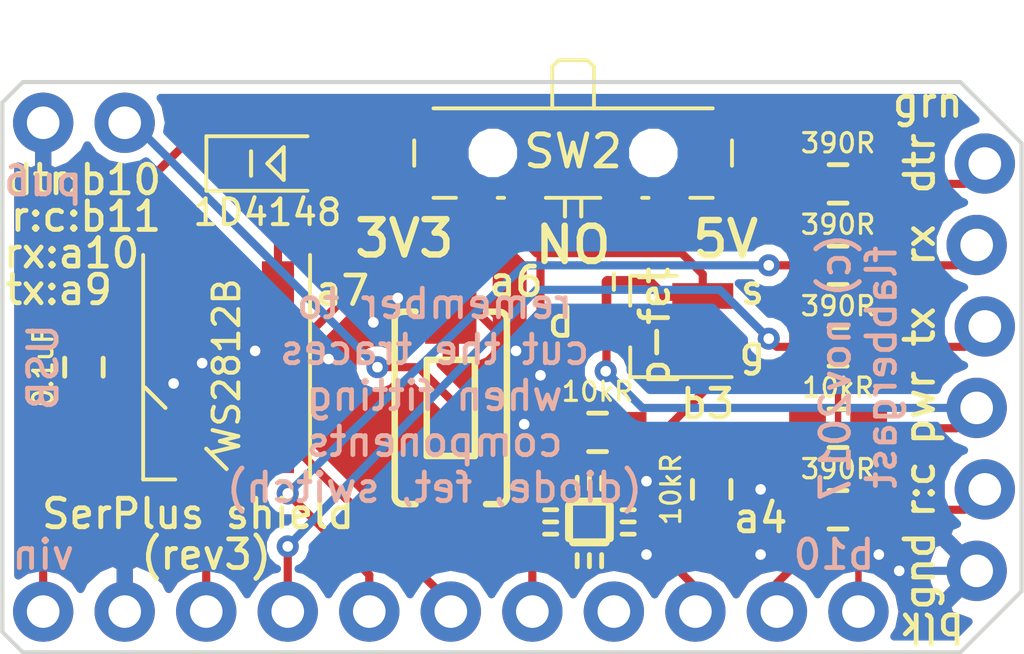
<source format=kicad_pcb>
(kicad_pcb (version 4) (host pcbnew 4.0.7)

  (general
    (links 32)
    (no_connects 0)
    (area 161.036 112.831 194.850258 133.413501)
    (thickness 1.6)
    (drawings 51)
    (tracks 170)
    (zones 0)
    (modules 17)
    (nets 19)
  )

  (page A4)
  (title_block
    (title "SerPlus shield for the bat board")
    (date 22/11/2017)
    (rev rev3)
    (company flabbergast)
  )

  (layers
    (0 F.Cu signal)
    (31 B.Cu signal)
    (32 B.Adhes user)
    (33 F.Adhes user)
    (34 B.Paste user)
    (35 F.Paste user)
    (36 B.SilkS user)
    (37 F.SilkS user)
    (38 B.Mask user)
    (39 F.Mask user)
    (40 Dwgs.User user)
    (41 Cmts.User user)
    (42 Eco1.User user)
    (43 Eco2.User user)
    (44 Edge.Cuts user)
    (45 Margin user)
    (46 B.CrtYd user)
    (47 F.CrtYd user)
    (48 B.Fab user)
    (49 F.Fab user)
  )

  (setup
    (last_trace_width 0.254)
    (user_trace_width 0.1524)
    (user_trace_width 0.2)
    (user_trace_width 0.25)
    (user_trace_width 0.3)
    (user_trace_width 0.4)
    (user_trace_width 0.5)
    (user_trace_width 0.6)
    (user_trace_width 0.8)
    (user_trace_width 1)
    (user_trace_width 1.2)
    (user_trace_width 1.5)
    (user_trace_width 2)
    (trace_clearance 0.254)
    (zone_clearance 0.3048)
    (zone_45_only yes)
    (trace_min 0.1524)
    (segment_width 0.127)
    (edge_width 0.127)
    (via_size 0.6858)
    (via_drill 0.3302)
    (via_min_size 0.6858)
    (via_min_drill 0.3302)
    (uvia_size 0.508)
    (uvia_drill 0.127)
    (uvias_allowed no)
    (uvia_min_size 0.508)
    (uvia_min_drill 0.127)
    (pcb_text_width 0.127)
    (pcb_text_size 0.6 0.6)
    (mod_edge_width 0.127)
    (mod_text_size 0.6 0.6)
    (mod_text_width 0.127)
    (pad_size 1.524 1.524)
    (pad_drill 0.762)
    (pad_to_mask_clearance 0.05)
    (pad_to_paste_clearance -0.04)
    (aux_axis_origin 0 0)
    (visible_elements FFFFFF7F)
    (pcbplotparams
      (layerselection 0x010f0_80000001)
      (usegerberextensions true)
      (usegerberattributes true)
      (excludeedgelayer true)
      (linewidth 0.127000)
      (plotframeref false)
      (viasonmask false)
      (mode 1)
      (useauxorigin false)
      (hpglpennumber 1)
      (hpglpenspeed 20)
      (hpglpendiameter 15)
      (hpglpenoverlay 2)
      (psnegative false)
      (psa4output false)
      (plotreference true)
      (plotvalue true)
      (plotinvisibletext false)
      (padsonsilk false)
      (subtractmaskfromsilk false)
      (outputformat 1)
      (mirror false)
      (drillshape 0)
      (scaleselection 1)
      (outputdirectory output/))
  )

  (net 0 "")
  (net 1 GND)
  (net 2 +3V3)
  (net 3 PA9/TX)
  (net 4 PA10/RX)
  (net 5 PA7)
  (net 6 PA6)
  (net 7 PA5)
  (net 8 PA4)
  (net 9 PB11/RTS)
  (net 10 PB10/DTR)
  (net 11 "Net-(J2-Pad1)")
  (net 12 "Net-(J2-Pad2)")
  (net 13 "Net-(J2-Pad3)")
  (net 14 PWR_OUT)
  (net 15 "Net-(J2-Pad5)")
  (net 16 "Net-(LED1-Pad2)")
  (net 17 "Net-(SW2-Pad2)")
  (net 18 PB3)

  (net_class Default "Dit is de standaard class."
    (clearance 0.254)
    (trace_width 0.254)
    (via_dia 0.6858)
    (via_drill 0.3302)
    (uvia_dia 0.508)
    (uvia_drill 0.127)
    (add_net +3V3)
    (add_net GND)
    (add_net "Net-(J2-Pad1)")
    (add_net "Net-(J2-Pad2)")
    (add_net "Net-(J2-Pad3)")
    (add_net "Net-(J2-Pad5)")
    (add_net "Net-(LED1-Pad2)")
    (add_net "Net-(SW2-Pad2)")
    (add_net PA10/RX)
    (add_net PA4)
    (add_net PA5)
    (add_net PA6)
    (add_net PA7)
    (add_net PA9/TX)
    (add_net PB10/DTR)
    (add_net PB11/RTS)
    (add_net PB3)
    (add_net PWR_OUT)
  )

  (net_class 0.2mm ""
    (clearance 0.2)
    (trace_width 0.2)
    (via_dia 0.6858)
    (via_drill 0.3302)
    (uvia_dia 0.508)
    (uvia_drill 0.127)
  )

  (net_class Minimal ""
    (clearance 0.1524)
    (trace_width 0.1524)
    (via_dia 0.6858)
    (via_drill 0.3302)
    (uvia_dia 0.508)
    (uvia_drill 0.127)
  )

  (module Diode_SMD:D_SOD-323_HandSoldering (layer F.Cu) (tedit 5A14B6B8) (tstamp 5A14AC1D)
    (at 169.545 118.11)
    (descr SOD-323)
    (tags SOD-323)
    (path /5A1450D5)
    (attr smd)
    (fp_text reference D1 (at 0 -1.85) (layer F.Fab)
      (effects (font (size 1 1) (thickness 0.15)))
    )
    (fp_text value 1D4148 (at 0 1.524) (layer F.SilkS)
      (effects (font (size 0.8 0.8) (thickness 0.127)))
    )
    (fp_text user %R (at 0 -1.85) (layer F.Fab)
      (effects (font (size 1 1) (thickness 0.15)))
    )
    (fp_line (start -1.9 -0.85) (end -1.9 0.85) (layer F.SilkS) (width 0.12))
    (fp_line (start 0.2 0) (end 0.45 0) (layer F.Fab) (width 0.1))
    (fp_line (start 0.2 0.35) (end -0.3 0) (layer F.Fab) (width 0.1))
    (fp_line (start 0.2 -0.35) (end 0.2 0.35) (layer F.Fab) (width 0.1))
    (fp_line (start -0.3 0) (end 0.2 -0.35) (layer F.Fab) (width 0.1))
    (fp_line (start -0.3 0) (end -0.5 0) (layer F.Fab) (width 0.1))
    (fp_line (start -0.3 -0.35) (end -0.3 0.35) (layer F.Fab) (width 0.1))
    (fp_line (start -0.9 0.7) (end -0.9 -0.7) (layer F.Fab) (width 0.1))
    (fp_line (start 0.9 0.7) (end -0.9 0.7) (layer F.Fab) (width 0.1))
    (fp_line (start 0.9 -0.7) (end 0.9 0.7) (layer F.Fab) (width 0.1))
    (fp_line (start -0.9 -0.7) (end 0.9 -0.7) (layer F.Fab) (width 0.1))
    (fp_line (start -2 -0.95) (end 2 -0.95) (layer F.CrtYd) (width 0.05))
    (fp_line (start 2 -0.95) (end 2 0.95) (layer F.CrtYd) (width 0.05))
    (fp_line (start -2 0.95) (end 2 0.95) (layer F.CrtYd) (width 0.05))
    (fp_line (start -2 -0.95) (end -2 0.95) (layer F.CrtYd) (width 0.05))
    (fp_line (start -1.9 0.85) (end 1.25 0.85) (layer F.SilkS) (width 0.12))
    (fp_line (start -1.9 -0.85) (end 1.25 -0.85) (layer F.SilkS) (width 0.12))
    (pad 1 smd rect (at -1.25 0) (size 1 1) (layers F.Cu F.Paste F.Mask)
      (net 14 PWR_OUT))
    (pad 2 smd rect (at 1.25 0) (size 1 1) (layers F.Cu F.Paste F.Mask)
      (net 14 PWR_OUT))
    (model ${KISYS3DMOD}/Diode_SMD.3dshapes/D_SOD-323.wrl
      (at (xyz 0 0 0))
      (scale (xyz 1 1 1))
      (rotate (xyz 0 0 0))
    )
  )

  (module flabbergast:0805_wide (layer F.Cu) (tedit 56E8531D) (tstamp 5A14AC17)
    (at 163.83 124.46 270)
    (path /5A145A04)
    (fp_text reference C1 (at 0 -1.27 270) (layer Cmts.User)
      (effects (font (size 0.6 0.6) (thickness 0.1)))
    )
    (fp_text value 0.1uF (at 0 1.27 270) (layer F.SilkS)
      (effects (font (size 0.6 0.6) (thickness 0.1)))
    )
    (fp_line (start -0.2794 -0.59944) (end 0.2794 -0.59944) (layer F.SilkS) (width 0.1524))
    (fp_line (start -0.2794 0.59944) (end 0.2794 0.59944) (layer F.SilkS) (width 0.1524))
    (pad 1 smd rect (at -0.9525 0 270) (size 1.143 1.27) (layers F.Cu F.Paste F.Mask)
      (net 14 PWR_OUT))
    (pad 2 smd rect (at 0.9525 0 270) (size 1.143 1.27) (layers F.Cu F.Paste F.Mask)
      (net 1 GND))
  )

  (module flabbergast:M06_LOCK_NOSILK (layer F.Cu) (tedit 5728A903) (tstamp 5A14AC36)
    (at 191.77 118.11 270)
    (path /5A144A43)
    (attr virtual)
    (fp_text reference J2 (at 1.778 -2.032 270) (layer Cmts.User) hide
      (effects (font (size 0.89916 0.89916) (thickness 0.14986)))
    )
    (fp_text value FTDI (at 1.778 2.032 270) (layer Cmts.User) hide
      (effects (font (size 0.89916 0.89916) (thickness 0.14986)))
    )
    (fp_line (start 12.446 0.254) (end 12.954 0.254) (layer Dwgs.User) (width 0.06604))
    (fp_line (start 12.954 0.254) (end 12.954 -0.254) (layer Dwgs.User) (width 0.06604))
    (fp_line (start 12.446 -0.254) (end 12.954 -0.254) (layer Dwgs.User) (width 0.06604))
    (fp_line (start 12.446 0.254) (end 12.446 -0.254) (layer Dwgs.User) (width 0.06604))
    (fp_line (start 9.906 0.254) (end 10.414 0.254) (layer Dwgs.User) (width 0.06604))
    (fp_line (start 10.414 0.254) (end 10.414 -0.254) (layer Dwgs.User) (width 0.06604))
    (fp_line (start 9.906 -0.254) (end 10.414 -0.254) (layer Dwgs.User) (width 0.06604))
    (fp_line (start 9.906 0.254) (end 9.906 -0.254) (layer Dwgs.User) (width 0.06604))
    (fp_line (start 7.366 0.254) (end 7.874 0.254) (layer Dwgs.User) (width 0.06604))
    (fp_line (start 7.874 0.254) (end 7.874 -0.254) (layer Dwgs.User) (width 0.06604))
    (fp_line (start 7.366 -0.254) (end 7.874 -0.254) (layer Dwgs.User) (width 0.06604))
    (fp_line (start 7.366 0.254) (end 7.366 -0.254) (layer Dwgs.User) (width 0.06604))
    (fp_line (start 4.826 0.254) (end 5.334 0.254) (layer Dwgs.User) (width 0.06604))
    (fp_line (start 5.334 0.254) (end 5.334 -0.254) (layer Dwgs.User) (width 0.06604))
    (fp_line (start 4.826 -0.254) (end 5.334 -0.254) (layer Dwgs.User) (width 0.06604))
    (fp_line (start 4.826 0.254) (end 4.826 -0.254) (layer Dwgs.User) (width 0.06604))
    (fp_line (start 2.286 0.254) (end 2.794 0.254) (layer Dwgs.User) (width 0.06604))
    (fp_line (start 2.794 0.254) (end 2.794 -0.254) (layer Dwgs.User) (width 0.06604))
    (fp_line (start 2.286 -0.254) (end 2.794 -0.254) (layer Dwgs.User) (width 0.06604))
    (fp_line (start 2.286 0.254) (end 2.286 -0.254) (layer Dwgs.User) (width 0.06604))
    (fp_line (start -0.254 0.254) (end 0.254 0.254) (layer Dwgs.User) (width 0.06604))
    (fp_line (start 0.254 0.254) (end 0.254 -0.254) (layer Dwgs.User) (width 0.06604))
    (fp_line (start -0.254 -0.254) (end 0.254 -0.254) (layer Dwgs.User) (width 0.06604))
    (fp_line (start -0.254 0.254) (end -0.254 -0.254) (layer Dwgs.User) (width 0.06604))
    (fp_line (start 11.43 -0.635) (end 12.065 -1.27) (layer Dwgs.User) (width 0.2032))
    (fp_line (start 12.065 -1.27) (end 13.335 -1.27) (layer Dwgs.User) (width 0.2032))
    (fp_line (start 13.335 -1.27) (end 13.97 -0.635) (layer Dwgs.User) (width 0.2032))
    (fp_line (start 13.97 0.635) (end 13.335 1.27) (layer Dwgs.User) (width 0.2032))
    (fp_line (start 13.335 1.27) (end 12.065 1.27) (layer Dwgs.User) (width 0.2032))
    (fp_line (start 12.065 1.27) (end 11.43 0.635) (layer Dwgs.User) (width 0.2032))
    (fp_line (start 6.985 -1.27) (end 8.255 -1.27) (layer Dwgs.User) (width 0.2032))
    (fp_line (start 8.255 -1.27) (end 8.89 -0.635) (layer Dwgs.User) (width 0.2032))
    (fp_line (start 8.89 0.635) (end 8.255 1.27) (layer Dwgs.User) (width 0.2032))
    (fp_line (start 8.89 -0.635) (end 9.525 -1.27) (layer Dwgs.User) (width 0.2032))
    (fp_line (start 9.525 -1.27) (end 10.795 -1.27) (layer Dwgs.User) (width 0.2032))
    (fp_line (start 10.795 -1.27) (end 11.43 -0.635) (layer Dwgs.User) (width 0.2032))
    (fp_line (start 11.43 0.635) (end 10.795 1.27) (layer Dwgs.User) (width 0.2032))
    (fp_line (start 10.795 1.27) (end 9.525 1.27) (layer Dwgs.User) (width 0.2032))
    (fp_line (start 9.525 1.27) (end 8.89 0.635) (layer Dwgs.User) (width 0.2032))
    (fp_line (start 3.81 -0.635) (end 4.445 -1.27) (layer Dwgs.User) (width 0.2032))
    (fp_line (start 4.445 -1.27) (end 5.715 -1.27) (layer Dwgs.User) (width 0.2032))
    (fp_line (start 5.715 -1.27) (end 6.35 -0.635) (layer Dwgs.User) (width 0.2032))
    (fp_line (start 6.35 0.635) (end 5.715 1.27) (layer Dwgs.User) (width 0.2032))
    (fp_line (start 5.715 1.27) (end 4.445 1.27) (layer Dwgs.User) (width 0.2032))
    (fp_line (start 4.445 1.27) (end 3.81 0.635) (layer Dwgs.User) (width 0.2032))
    (fp_line (start 6.985 -1.27) (end 6.35 -0.635) (layer Dwgs.User) (width 0.2032))
    (fp_line (start 6.35 0.635) (end 6.985 1.27) (layer Dwgs.User) (width 0.2032))
    (fp_line (start 8.255 1.27) (end 6.985 1.27) (layer Dwgs.User) (width 0.2032))
    (fp_line (start -0.635 -1.27) (end 0.635 -1.27) (layer Dwgs.User) (width 0.2032))
    (fp_line (start 0.635 -1.27) (end 1.27 -0.635) (layer Dwgs.User) (width 0.2032))
    (fp_line (start 1.27 0.635) (end 0.635 1.27) (layer Dwgs.User) (width 0.2032))
    (fp_line (start 1.27 -0.635) (end 1.905 -1.27) (layer Dwgs.User) (width 0.2032))
    (fp_line (start 1.905 -1.27) (end 3.175 -1.27) (layer Dwgs.User) (width 0.2032))
    (fp_line (start 3.175 -1.27) (end 3.81 -0.635) (layer Dwgs.User) (width 0.2032))
    (fp_line (start 3.81 0.635) (end 3.175 1.27) (layer Dwgs.User) (width 0.2032))
    (fp_line (start 3.175 1.27) (end 1.905 1.27) (layer Dwgs.User) (width 0.2032))
    (fp_line (start 1.905 1.27) (end 1.27 0.635) (layer Dwgs.User) (width 0.2032))
    (fp_line (start -1.27 -0.635) (end -1.27 0.635) (layer Dwgs.User) (width 0.2032))
    (fp_line (start -0.635 -1.27) (end -1.27 -0.635) (layer Dwgs.User) (width 0.2032))
    (fp_line (start -1.27 0.635) (end -0.635 1.27) (layer Dwgs.User) (width 0.2032))
    (fp_line (start 0.635 1.27) (end -0.635 1.27) (layer Dwgs.User) (width 0.2032))
    (fp_line (start 13.97 -0.635) (end 13.97 0.635) (layer Dwgs.User) (width 0.2032))
    (pad 1 thru_hole circle (at 0 -0.127 270) (size 1.8796 1.8796) (drill 1.016) (layers *.Cu *.Mask)
      (net 11 "Net-(J2-Pad1)"))
    (pad 2 thru_hole circle (at 2.54 0.127 270) (size 1.8796 1.8796) (drill 1.016) (layers *.Cu *.Mask)
      (net 12 "Net-(J2-Pad2)"))
    (pad 3 thru_hole circle (at 5.08 -0.127 270) (size 1.8796 1.8796) (drill 1.016) (layers *.Cu *.Mask)
      (net 13 "Net-(J2-Pad3)"))
    (pad 4 thru_hole circle (at 7.62 0.127 270) (size 1.8796 1.8796) (drill 1.016) (layers *.Cu *.Mask)
      (net 14 PWR_OUT))
    (pad 5 thru_hole circle (at 10.16 -0.127 270) (size 1.8796 1.8796) (drill 1.016) (layers *.Cu *.Mask)
      (net 15 "Net-(J2-Pad5)"))
    (pad 6 thru_hole circle (at 12.7 0.127 270) (size 1.8796 1.8796) (drill 1.016) (layers *.Cu *.Mask)
      (net 1 GND))
  )

  (module LED_SMD:LED_WS2812B-PLCC4 (layer F.Cu) (tedit 5A14B61A) (tstamp 5A14AC3E)
    (at 168.275 124.46 270)
    (descr http://www.world-semi.com/uploads/soft/150522/1-150522091P5.pdf)
    (tags "LED NeoPixel")
    (path /5A143339)
    (attr smd)
    (fp_text reference LED1 (at 0 -3.5 270) (layer F.Fab)
      (effects (font (size 1 1) (thickness 0.15)))
    )
    (fp_text value WS2812B (at 0 0 270) (layer F.SilkS)
      (effects (font (size 0.8 0.8) (thickness 0.127)))
    )
    (fp_line (start 3.75 -2.85) (end -3.75 -2.85) (layer F.CrtYd) (width 0.05))
    (fp_line (start 3.75 2.85) (end 3.75 -2.85) (layer F.CrtYd) (width 0.05))
    (fp_line (start -3.75 2.85) (end 3.75 2.85) (layer F.CrtYd) (width 0.05))
    (fp_line (start -3.75 -2.85) (end -3.75 2.85) (layer F.CrtYd) (width 0.05))
    (fp_line (start 2.5 1.5) (end 1.5 2.5) (layer F.Fab) (width 0.1))
    (fp_line (start -2.5 -2.5) (end -2.5 2.5) (layer F.Fab) (width 0.1))
    (fp_line (start -2.5 2.5) (end 2.5 2.5) (layer F.Fab) (width 0.1))
    (fp_line (start 2.5 2.5) (end 2.5 -2.5) (layer F.Fab) (width 0.1))
    (fp_line (start 2.5 -2.5) (end -2.5 -2.5) (layer F.Fab) (width 0.1))
    (fp_line (start -3.5 -2.6) (end 3.5 -2.6) (layer F.SilkS) (width 0.12))
    (fp_line (start -3.5 2.6) (end 3.5 2.6) (layer F.SilkS) (width 0.12))
    (fp_line (start 3.5 2.6) (end 3.5 1.6) (layer F.SilkS) (width 0.12))
    (fp_circle (center 0 0) (end 0 -2) (layer F.Fab) (width 0.1))
    (pad 3 smd rect (at 2.5 1.6 270) (size 1.6 1) (layers F.Cu F.Paste F.Mask)
      (net 1 GND))
    (pad 4 smd rect (at 2.5 -1.6 270) (size 1.6 1) (layers F.Cu F.Paste F.Mask)
      (net 5 PA7))
    (pad 2 smd rect (at -2.5 1.6 270) (size 1.6 1) (layers F.Cu F.Paste F.Mask)
      (net 16 "Net-(LED1-Pad2)"))
    (pad 1 smd rect (at -2.5 -1.6 270) (size 1.6 1) (layers F.Cu F.Paste F.Mask)
      (net 14 PWR_OUT))
    (model ${KISYS3DMOD}/LED_SMD.3dshapes/LED_WS2812B-PLCC4.wrl
      (at (xyz 0 0 0))
      (scale (xyz 0.39 0.39 0.39))
      (rotate (xyz 0 0 180))
    )
  )

  (module Package_TO_SOT_SMD:SOT-23_Handsoldering (layer F.Cu) (tedit 5A14B6E9) (tstamp 5A14AC45)
    (at 181.61 123.19 180)
    (descr "SOT-23, Handsoldering")
    (tags SOT-23)
    (path /5A143FB2)
    (attr smd)
    (fp_text reference Q1 (at 0 -2.5 180) (layer F.Fab)
      (effects (font (size 1 1) (thickness 0.15)))
    )
    (fp_text value Q_PMOS_GSD (at 0 2.5 180) (layer F.Fab)
      (effects (font (size 1 1) (thickness 0.15)))
    )
    (fp_text user %R (at 0 0 270) (layer F.Fab)
      (effects (font (size 0.5 0.5) (thickness 0.075)))
    )
    (fp_line (start 0.76 1.58) (end 0.76 0.65) (layer F.SilkS) (width 0.12))
    (fp_line (start 0.76 -1.58) (end 0.76 -0.65) (layer F.SilkS) (width 0.12))
    (fp_line (start -2.7 -1.75) (end 2.7 -1.75) (layer F.CrtYd) (width 0.05))
    (fp_line (start 2.7 -1.75) (end 2.7 1.75) (layer F.CrtYd) (width 0.05))
    (fp_line (start 2.7 1.75) (end -2.7 1.75) (layer F.CrtYd) (width 0.05))
    (fp_line (start -2.7 1.75) (end -2.7 -1.75) (layer F.CrtYd) (width 0.05))
    (fp_line (start 0.76 -1.58) (end -2.4 -1.58) (layer F.SilkS) (width 0.12))
    (fp_line (start -0.7 -0.95) (end -0.7 1.5) (layer F.Fab) (width 0.1))
    (fp_line (start -0.15 -1.52) (end 0.7 -1.52) (layer F.Fab) (width 0.1))
    (fp_line (start -0.7 -0.95) (end -0.15 -1.52) (layer F.Fab) (width 0.1))
    (fp_line (start 0.7 -1.52) (end 0.7 1.52) (layer F.Fab) (width 0.1))
    (fp_line (start -0.7 1.52) (end 0.7 1.52) (layer F.Fab) (width 0.1))
    (fp_line (start 0.76 1.58) (end -0.7 1.58) (layer F.SilkS) (width 0.12))
    (pad 1 smd rect (at -1.5 -0.95 180) (size 1.9 0.8) (layers F.Cu F.Paste F.Mask)
      (net 18 PB3))
    (pad 2 smd rect (at -1.5 0.95 180) (size 1.9 0.8) (layers F.Cu F.Paste F.Mask)
      (net 14 PWR_OUT))
    (pad 3 smd rect (at 1.5 0 180) (size 1.9 0.8) (layers F.Cu F.Paste F.Mask)
      (net 14 PWR_OUT))
    (model ${KISYS3DMOD}/Package_TO_SOT_SMD.3dshapes/SOT-23.wrl
      (at (xyz 0 0 0))
      (scale (xyz 1 1 1))
      (rotate (xyz 0 0 0))
    )
  )

  (module flabbergast:0805_wide (layer F.Cu) (tedit 56E8531D) (tstamp 5A14AC4B)
    (at 187.325 126.365 180)
    (path /5A1434FC)
    (fp_text reference R1 (at 0 -1.27 180) (layer Cmts.User)
      (effects (font (size 0.6 0.6) (thickness 0.1)))
    )
    (fp_text value 10kR (at 0 1.27 180) (layer F.SilkS)
      (effects (font (size 0.6 0.6) (thickness 0.1)))
    )
    (fp_line (start -0.2794 -0.59944) (end 0.2794 -0.59944) (layer F.SilkS) (width 0.1524))
    (fp_line (start -0.2794 0.59944) (end 0.2794 0.59944) (layer F.SilkS) (width 0.1524))
    (pad 1 smd rect (at -0.9525 0 180) (size 1.143 1.27) (layers F.Cu F.Paste F.Mask)
      (net 14 PWR_OUT))
    (pad 2 smd rect (at 0.9525 0 180) (size 1.143 1.27) (layers F.Cu F.Paste F.Mask)
      (net 8 PA4))
  )

  (module flabbergast:0805_wide (layer F.Cu) (tedit 56E8531D) (tstamp 5A14AC51)
    (at 183.388 128.27 270)
    (path /5A1433F4)
    (fp_text reference R2 (at 0 -1.27 270) (layer Cmts.User)
      (effects (font (size 0.6 0.6) (thickness 0.1)))
    )
    (fp_text value 10kR (at 0 1.27 270) (layer F.SilkS)
      (effects (font (size 0.6 0.6) (thickness 0.1)))
    )
    (fp_line (start -0.2794 -0.59944) (end 0.2794 -0.59944) (layer F.SilkS) (width 0.1524))
    (fp_line (start -0.2794 0.59944) (end 0.2794 0.59944) (layer F.SilkS) (width 0.1524))
    (pad 1 smd rect (at -0.9525 0 270) (size 1.143 1.27) (layers F.Cu F.Paste F.Mask)
      (net 8 PA4))
    (pad 2 smd rect (at 0.9525 0 270) (size 1.143 1.27) (layers F.Cu F.Paste F.Mask)
      (net 1 GND))
  )

  (module flabbergast:0805_wide (layer F.Cu) (tedit 56E8531D) (tstamp 5A14AC57)
    (at 187.325 121.285 180)
    (path /5A143523)
    (fp_text reference R3 (at 0 -1.27 180) (layer Cmts.User)
      (effects (font (size 0.6 0.6) (thickness 0.1)))
    )
    (fp_text value 390R (at 0 1.27 180) (layer F.SilkS)
      (effects (font (size 0.6 0.6) (thickness 0.1)))
    )
    (fp_line (start -0.2794 -0.59944) (end 0.2794 -0.59944) (layer F.SilkS) (width 0.1524))
    (fp_line (start -0.2794 0.59944) (end 0.2794 0.59944) (layer F.SilkS) (width 0.1524))
    (pad 1 smd rect (at -0.9525 0 180) (size 1.143 1.27) (layers F.Cu F.Paste F.Mask)
      (net 12 "Net-(J2-Pad2)"))
    (pad 2 smd rect (at 0.9525 0 180) (size 1.143 1.27) (layers F.Cu F.Paste F.Mask)
      (net 4 PA10/RX))
  )

  (module flabbergast:0805_wide (layer F.Cu) (tedit 56E8531D) (tstamp 5A14AC5D)
    (at 187.325 123.825 180)
    (path /5A14343A)
    (fp_text reference R4 (at 0 -1.27 180) (layer Cmts.User)
      (effects (font (size 0.6 0.6) (thickness 0.1)))
    )
    (fp_text value 390R (at 0 1.27 180) (layer F.SilkS)
      (effects (font (size 0.6 0.6) (thickness 0.1)))
    )
    (fp_line (start -0.2794 -0.59944) (end 0.2794 -0.59944) (layer F.SilkS) (width 0.1524))
    (fp_line (start -0.2794 0.59944) (end 0.2794 0.59944) (layer F.SilkS) (width 0.1524))
    (pad 1 smd rect (at -0.9525 0 180) (size 1.143 1.27) (layers F.Cu F.Paste F.Mask)
      (net 13 "Net-(J2-Pad3)"))
    (pad 2 smd rect (at 0.9525 0 180) (size 1.143 1.27) (layers F.Cu F.Paste F.Mask)
      (net 3 PA9/TX))
  )

  (module flabbergast:0805_wide (layer F.Cu) (tedit 56E8531D) (tstamp 5A14AC63)
    (at 187.325 128.905 180)
    (path /5A143462)
    (fp_text reference R5 (at 0 -1.27 180) (layer Cmts.User)
      (effects (font (size 0.6 0.6) (thickness 0.1)))
    )
    (fp_text value 390R (at 0 1.27 180) (layer F.SilkS)
      (effects (font (size 0.6 0.6) (thickness 0.1)))
    )
    (fp_line (start -0.2794 -0.59944) (end 0.2794 -0.59944) (layer F.SilkS) (width 0.1524))
    (fp_line (start -0.2794 0.59944) (end 0.2794 0.59944) (layer F.SilkS) (width 0.1524))
    (pad 1 smd rect (at -0.9525 0 180) (size 1.143 1.27) (layers F.Cu F.Paste F.Mask)
      (net 15 "Net-(J2-Pad5)"))
    (pad 2 smd rect (at 0.9525 0 180) (size 1.143 1.27) (layers F.Cu F.Paste F.Mask)
      (net 9 PB11/RTS))
  )

  (module flabbergast:0805_wide (layer F.Cu) (tedit 56E8531D) (tstamp 5A14AC69)
    (at 187.325 118.745 180)
    (path /5A143496)
    (fp_text reference R6 (at 0 -1.27 180) (layer Cmts.User)
      (effects (font (size 0.6 0.6) (thickness 0.1)))
    )
    (fp_text value 390R (at 0 1.27 180) (layer F.SilkS)
      (effects (font (size 0.6 0.6) (thickness 0.1)))
    )
    (fp_line (start -0.2794 -0.59944) (end 0.2794 -0.59944) (layer F.SilkS) (width 0.1524))
    (fp_line (start -0.2794 0.59944) (end 0.2794 0.59944) (layer F.SilkS) (width 0.1524))
    (pad 1 smd rect (at -0.9525 0 180) (size 1.143 1.27) (layers F.Cu F.Paste F.Mask)
      (net 11 "Net-(J2-Pad1)"))
    (pad 2 smd rect (at 0.9525 0 180) (size 1.143 1.27) (layers F.Cu F.Paste F.Mask)
      (net 10 PB10/DTR))
  )

  (module Button_Switch_SMD:SW_SP3T_PCM13 (layer F.Cu) (tedit 5A14B6A8) (tstamp 5A14AC7D)
    (at 179.07 118.11 180)
    (descr "Ultraminiature Surface Mount Slide Switch")
    (path /5A14356B)
    (attr smd)
    (fp_text reference SW2 (at 0 0.381 180) (layer F.SilkS)
      (effects (font (size 1 1) (thickness 0.15)))
    )
    (fp_text value SW_SP3T (at 0 4.25 180) (layer F.Fab)
      (effects (font (size 1 1) (thickness 0.15)))
    )
    (fp_text user %R (at 0 -3.2 180) (layer F.Fab)
      (effects (font (size 1 1) (thickness 0.15)))
    )
    (fp_line (start -0.65 1.6) (end -0.65 2.9) (layer F.Fab) (width 0.1))
    (fp_line (start -0.65 2.9) (end -0.45 3.1) (layer F.Fab) (width 0.1))
    (fp_line (start -0.45 3.1) (end 0.4 3.1) (layer F.Fab) (width 0.1))
    (fp_line (start 0.4 3.1) (end 0.55 2.95) (layer F.Fab) (width 0.1))
    (fp_line (start 0.55 2.95) (end 0.65 2.85) (layer F.Fab) (width 0.1))
    (fp_line (start 0.65 2.85) (end 0.65 1.6) (layer F.Fab) (width 0.1))
    (fp_line (start -4.85 1.6) (end -4.85 -0.95) (layer F.Fab) (width 0.1))
    (fp_line (start -4.85 -0.95) (end 4.85 -0.95) (layer F.Fab) (width 0.1))
    (fp_line (start 4.85 -0.95) (end 4.85 1.6) (layer F.Fab) (width 0.1))
    (fp_line (start 4.85 1.6) (end -4.8 1.6) (layer F.Fab) (width 0.1))
    (fp_line (start -4.35 -1.07) (end -3.65 -1.07) (layer F.SilkS) (width 0.12))
    (fp_line (start 3.65 -1.07) (end 4.35 -1.07) (layer F.SilkS) (width 0.12))
    (fp_line (start -2.35 -1.07) (end -2.15 -1.07) (layer F.SilkS) (width 0.12))
    (fp_line (start 2.15 -1.07) (end 2.35 -1.07) (layer F.SilkS) (width 0.12))
    (fp_line (start -5.9 -2.45) (end 5.9 -2.45) (layer F.CrtYd) (width 0.05))
    (fp_line (start 5.9 -2.45) (end 5.9 2.1) (layer F.CrtYd) (width 0.05))
    (fp_line (start 5.9 2.1) (end 2.4 2.1) (layer F.CrtYd) (width 0.05))
    (fp_line (start 2.4 2.1) (end 2.4 3.4) (layer F.CrtYd) (width 0.05))
    (fp_line (start 2.4 3.4) (end -2.4 3.4) (layer F.CrtYd) (width 0.05))
    (fp_line (start -2.4 3.4) (end -2.4 2.1) (layer F.CrtYd) (width 0.05))
    (fp_line (start -2.4 2.1) (end -5.9 2.1) (layer F.CrtYd) (width 0.05))
    (fp_line (start -5.9 2.1) (end -5.9 -2.45) (layer F.CrtYd) (width 0.05))
    (fp_line (start -0.65 3.02) (end -0.45 3.22) (layer F.SilkS) (width 0.12))
    (fp_line (start 0.65 3.02) (end 0.45 3.22) (layer F.SilkS) (width 0.12))
    (fp_line (start -0.65 1.72) (end -0.65 3.02) (layer F.SilkS) (width 0.12))
    (fp_line (start 0.45 3.22) (end -0.45 3.22) (layer F.SilkS) (width 0.12))
    (fp_line (start 0.65 3.02) (end 0.65 1.72) (layer F.SilkS) (width 0.12))
    (fp_line (start -4.35 1.72) (end 4.35 1.72) (layer F.SilkS) (width 0.12))
    (fp_line (start -0.85 -1.07) (end 0.85 -1.07) (layer F.SilkS) (width 0.12))
    (fp_line (start -4.95 -0.07) (end -4.95 0.72) (layer F.SilkS) (width 0.12))
    (fp_line (start 4.95 0.72) (end 4.95 -0.07) (layer F.SilkS) (width 0.12))
    (pad "" np_thru_hole circle (at -2.5 0.33 180) (size 0.9 0.9) (drill 0.9) (layers *.Cu *.Mask))
    (pad "" np_thru_hole circle (at 2.5 0.33 180) (size 0.9 0.9) (drill 0.9) (layers *.Cu *.Mask))
    (pad 1 smd rect (at -3 -1.43 180) (size 0.7 1.5) (layers F.Cu F.Paste F.Mask)
      (net 14 PWR_OUT))
    (pad 2 smd rect (at -1.5 -1.43 180) (size 0.7 1.5) (layers F.Cu F.Paste F.Mask)
      (net 17 "Net-(SW2-Pad2)"))
    (pad 3 smd rect (at 1.5 -1.43 180) (size 0.7 1.5) (layers F.Cu F.Paste F.Mask)
      (net 14 PWR_OUT))
    (pad 4 smd rect (at 3 -1.43 180) (size 0.7 1.5) (layers F.Cu F.Paste F.Mask)
      (net 2 +3V3))
    (pad "" smd rect (at -5.15 1.43 180) (size 1 0.8) (layers F.Cu F.Paste F.Mask))
    (pad "" smd rect (at 5.15 1.43 180) (size 1 0.8) (layers F.Cu F.Paste F.Mask))
    (pad "" smd rect (at 5.15 -0.78 180) (size 1 0.8) (layers F.Cu F.Paste F.Mask))
    (pad "" smd rect (at -5.15 -0.78 180) (size 1 0.8) (layers F.Cu F.Paste F.Mask))
    (model ${KISYS3DMOD}/Button_Switch_SMD.3dshapes/SW_SP3T_PCM13.wrl
      (at (xyz 0 0 0))
      (scale (xyz 1 1 1))
      (rotate (xyz 0 0 0))
    )
  )

  (module flabbergast:TACTILE-SWITCH-SMT-1101NE (layer F.Cu) (tedit 54861D8E) (tstamp 5A14F154)
    (at 175.26 125.73 90)
    (descr "Sparkfun SKU# COM-08229")
    (path /5A14363D)
    (fp_text reference SW1 (at 0 -2.54 90) (layer Eco1.User)
      (effects (font (size 0.762 0.762) (thickness 0.06096)))
    )
    (fp_text value SW_Push (at 0 2.54 90) (layer Eco1.User)
      (effects (font (size 0.762 0.762) (thickness 0.06096)))
    )
    (fp_line (start -2.99974 -1.09982) (end -2.99974 1.09982) (layer Cmts.User) (width 0.127))
    (fp_line (start 2.99974 -1.09982) (end 2.99974 1.09982) (layer Cmts.User) (width 0.127))
    (fp_arc (start 2.7432 -1.50114) (end 2.7432 -1.75006) (angle 90) (layer F.SilkS) (width 0.2032))
    (fp_line (start -2.74828 -1.74752) (end 2.74828 -1.74752) (layer F.SilkS) (width 0.2032))
    (fp_arc (start -2.74701 -1.50114) (end -2.74701 -1.75006) (angle -90) (layer F.SilkS) (width 0.2032))
    (fp_arc (start 2.74828 1.4986) (end 2.99974 1.4986) (angle 90) (layer F.SilkS) (width 0.2032))
    (fp_line (start 2.74828 1.74752) (end -2.74828 1.74752) (layer F.SilkS) (width 0.2032))
    (fp_arc (start -2.74828 1.4986) (end -2.99974 1.4986) (angle -90) (layer F.SilkS) (width 0.2032))
    (fp_line (start -2.99974 1.4986) (end -2.99974 1.09982) (layer F.SilkS) (width 0.2032))
    (fp_line (start -2.99974 -1.09982) (end -2.99974 -1.4986) (layer F.SilkS) (width 0.2032))
    (fp_line (start 2.99974 -1.09982) (end 2.99974 -1.4986) (layer F.SilkS) (width 0.2032))
    (fp_line (start 2.99974 1.4986) (end 2.99974 1.09982) (layer F.SilkS) (width 0.2032))
    (fp_line (start -1.4986 -0.7493) (end 1.4986 -0.7493) (layer F.SilkS) (width 0.2032))
    (fp_line (start 1.4986 0.7493) (end -1.4986 0.7493) (layer F.SilkS) (width 0.2032))
    (fp_line (start -1.4986 0.7493) (end -1.4986 -0.7493) (layer F.SilkS) (width 0.2032))
    (fp_line (start 1.4986 0.7493) (end 1.4986 -0.7493) (layer F.SilkS) (width 0.2032))
    (fp_line (start -1.99898 0) (end -0.99822 0) (layer Cmts.User) (width 0.127))
    (fp_line (start -0.99822 0) (end 0.09906 -0.49784) (layer Cmts.User) (width 0.127))
    (fp_line (start 0.29972 0) (end 1.99898 0) (layer Cmts.User) (width 0.127))
    (pad 1 smd rect (at -3.1496 0 270) (size 2.2987 1.59766) (layers F.Cu F.Paste F.Mask)
      (net 6 PA6))
    (pad 2 smd rect (at 3.1496 0 270) (size 2.2987 1.59766) (layers F.Cu F.Paste F.Mask)
      (net 1 GND))
  )

  (module flabbergast:IC_LOGO (layer F.Cu) (tedit 572485E7) (tstamp 5A156F52)
    (at 179.578 129.286)
    (fp_text reference IC_LOGO (at 0 2.286) (layer Cmts.User) hide
      (effects (font (size 1 1) (thickness 0.15)))
    )
    (fp_text value IC_LOGO (at 0 -2.159) (layer Cmts.User) hide
      (effects (font (size 1 1) (thickness 0.15)))
    )
    (fp_line (start 0 -1.397) (end 0 -1.016) (layer F.SilkS) (width 0.15))
    (fp_line (start 0.381 -1.397) (end 0.381 -1.016) (layer F.SilkS) (width 0.15))
    (fp_line (start -0.381 -1.397) (end -0.381 -1.016) (layer F.SilkS) (width 0.15))
    (fp_line (start -0.381 1.016) (end -0.381 1.397) (layer F.SilkS) (width 0.15))
    (fp_line (start 0.381 1.016) (end 0.381 1.397) (layer F.SilkS) (width 0.15))
    (fp_line (start 0 1.016) (end 0 1.397) (layer F.SilkS) (width 0.15))
    (fp_line (start -1.397 0) (end -1.016 0) (layer F.SilkS) (width 0.15))
    (fp_line (start -1.397 -0.381) (end -1.016 -0.381) (layer F.SilkS) (width 0.15))
    (fp_line (start -1.397 0.381) (end -1.016 0.381) (layer F.SilkS) (width 0.15))
    (fp_line (start 1.016 0.381) (end 1.397 0.381) (layer F.SilkS) (width 0.15))
    (fp_line (start 1.016 -0.381) (end 1.397 -0.381) (layer F.SilkS) (width 0.15))
    (fp_line (start 1.016 0) (end 1.397 0) (layer F.SilkS) (width 0.15))
    (fp_line (start 0.508 0.635) (end -0.508 0.635) (layer F.SilkS) (width 0.25))
    (fp_line (start 0.635 -0.508) (end 0.635 0.508) (layer F.SilkS) (width 0.25))
    (fp_line (start -0.508 -0.635) (end 0.508 -0.635) (layer F.SilkS) (width 0.25))
    (fp_line (start -0.635 0.508) (end -0.635 -0.508) (layer F.SilkS) (width 0.25))
  )

  (module flabbergast:M11_NOSILK (layer F.Cu) (tedit 5A1540FD) (tstamp 5A1544AB)
    (at 162.56 132.08)
    (path /5A14483A)
    (fp_text reference J1 (at 6.35 0) (layer Cmts.User) hide
      (effects (font (size 0 0) (thickness 0.000001)))
    )
    (fp_text value BOARD (at 6.35 0) (layer Eco1.User) hide
      (effects (font (size 0 0) (thickness 0.000001)))
    )
    (fp_line (start 14.986 -0.254) (end 14.986 0.254) (layer Cmts.User) (width 0.127))
    (fp_line (start 15.494 -0.254) (end 14.986 -0.254) (layer Cmts.User) (width 0.127))
    (fp_line (start 15.494 0.254) (end 15.494 -0.254) (layer Cmts.User) (width 0.127))
    (fp_line (start 14.986 0.254) (end 15.494 0.254) (layer Cmts.User) (width 0.127))
    (fp_line (start 17.526 -0.254) (end 17.526 0.254) (layer Cmts.User) (width 0.127))
    (fp_line (start 18.034 -0.254) (end 17.526 -0.254) (layer Cmts.User) (width 0.127))
    (fp_line (start 18.034 0.254) (end 18.034 -0.254) (layer Cmts.User) (width 0.127))
    (fp_line (start 17.526 0.254) (end 18.034 0.254) (layer Cmts.User) (width 0.127))
    (fp_line (start 20.066 -0.254) (end 20.066 0.254) (layer Cmts.User) (width 0.127))
    (fp_line (start 20.574 -0.254) (end 20.066 -0.254) (layer Cmts.User) (width 0.127))
    (fp_line (start 20.574 0.254) (end 20.574 -0.254) (layer Cmts.User) (width 0.127))
    (fp_line (start 20.066 0.254) (end 20.574 0.254) (layer Cmts.User) (width 0.127))
    (fp_line (start 22.606 -0.254) (end 22.606 0.254) (layer Cmts.User) (width 0.127))
    (fp_line (start 23.114 -0.254) (end 22.606 -0.254) (layer Cmts.User) (width 0.127))
    (fp_line (start 23.114 0.254) (end 23.114 -0.254) (layer Cmts.User) (width 0.127))
    (fp_line (start 22.606 0.254) (end 23.114 0.254) (layer Cmts.User) (width 0.127))
    (fp_line (start 25.146 -0.254) (end 25.146 0.254) (layer Cmts.User) (width 0.127))
    (fp_line (start 25.654 -0.254) (end 25.146 -0.254) (layer Cmts.User) (width 0.127))
    (fp_line (start 25.654 0.254) (end 25.654 -0.254) (layer Cmts.User) (width 0.127))
    (fp_line (start 25.146 0.254) (end 25.654 0.254) (layer Cmts.User) (width 0.127))
    (fp_line (start 12.446 0.254) (end 12.954 0.254) (layer Cmts.User) (width 0.127))
    (fp_line (start 12.954 0.254) (end 12.954 -0.254) (layer Cmts.User) (width 0.127))
    (fp_line (start 12.954 -0.254) (end 12.446 -0.254) (layer Cmts.User) (width 0.127))
    (fp_line (start 12.446 -0.254) (end 12.446 0.254) (layer Cmts.User) (width 0.127))
    (fp_line (start 9.906 0.254) (end 10.414 0.254) (layer Cmts.User) (width 0.127))
    (fp_line (start 10.414 0.254) (end 10.414 -0.254) (layer Cmts.User) (width 0.127))
    (fp_line (start 10.414 -0.254) (end 9.906 -0.254) (layer Cmts.User) (width 0.127))
    (fp_line (start 9.906 -0.254) (end 9.906 0.254) (layer Cmts.User) (width 0.127))
    (fp_line (start 7.366 0.254) (end 7.874 0.254) (layer Cmts.User) (width 0.127))
    (fp_line (start 7.874 0.254) (end 7.874 -0.254) (layer Cmts.User) (width 0.127))
    (fp_line (start 7.874 -0.254) (end 7.366 -0.254) (layer Cmts.User) (width 0.127))
    (fp_line (start 7.366 -0.254) (end 7.366 0.254) (layer Cmts.User) (width 0.127))
    (fp_line (start 4.826 0.254) (end 5.334 0.254) (layer Cmts.User) (width 0.127))
    (fp_line (start 5.334 0.254) (end 5.334 -0.254) (layer Cmts.User) (width 0.127))
    (fp_line (start 5.334 -0.254) (end 4.826 -0.254) (layer Cmts.User) (width 0.127))
    (fp_line (start 4.826 -0.254) (end 4.826 0.254) (layer Cmts.User) (width 0.127))
    (fp_line (start 2.286 0.254) (end 2.794 0.254) (layer Cmts.User) (width 0.127))
    (fp_line (start 2.794 0.254) (end 2.794 -0.254) (layer Cmts.User) (width 0.127))
    (fp_line (start 2.794 -0.254) (end 2.286 -0.254) (layer Cmts.User) (width 0.127))
    (fp_line (start 2.286 -0.254) (end 2.286 0.254) (layer Cmts.User) (width 0.127))
    (fp_line (start -0.254 0.254) (end 0.254 0.254) (layer Cmts.User) (width 0.127))
    (fp_line (start 0.254 0.254) (end 0.254 -0.254) (layer Cmts.User) (width 0.127))
    (fp_line (start 0.254 -0.254) (end -0.254 -0.254) (layer Cmts.User) (width 0.127))
    (fp_line (start -0.254 -0.254) (end -0.254 0.254) (layer Cmts.User) (width 0.127))
    (pad 11 thru_hole oval (at 25.4 0 90) (size 1.8796 1.8796) (drill 1.016) (layers *.Cu *.Mask)
      (net 10 PB10/DTR))
    (pad 10 thru_hole oval (at 22.86 0 90) (size 1.8796 1.8796) (drill 1.016) (layers *.Cu *.Mask)
      (net 9 PB11/RTS))
    (pad 9 thru_hole oval (at 20.32 0 90) (size 1.8796 1.8796) (drill 1.016) (layers *.Cu *.Mask)
      (net 8 PA4))
    (pad 8 thru_hole oval (at 17.78 0 90) (size 1.8796 1.8796) (drill 1.016) (layers *.Cu *.Mask)
      (net 7 PA5))
    (pad 7 thru_hole oval (at 15.24 0 90) (size 1.8796 1.8796) (drill 1.016) (layers *.Cu *.Mask)
      (net 6 PA6))
    (pad 1 thru_hole oval (at 0 0 90) (size 1.8796 1.8796) (drill 1.016) (layers *.Cu *.Mask)
      (net 14 PWR_OUT))
    (pad 2 thru_hole oval (at 2.54 0 90) (size 1.8796 1.8796) (drill 1.016) (layers *.Cu *.Mask)
      (net 1 GND))
    (pad 3 thru_hole oval (at 5.08 0 90) (size 1.8796 1.8796) (drill 1.016) (layers *.Cu *.Mask)
      (net 2 +3V3))
    (pad 4 thru_hole oval (at 7.62 0 90) (size 1.8796 1.8796) (drill 1.016) (layers *.Cu *.Mask)
      (net 3 PA9/TX))
    (pad 5 thru_hole oval (at 10.16 0 90) (size 1.8796 1.8796) (drill 1.016) (layers *.Cu *.Mask)
      (net 4 PA10/RX))
    (pad 6 thru_hole oval (at 12.7 0 90) (size 1.8796 1.8796) (drill 1.016) (layers *.Cu *.Mask)
      (net 5 PA7))
  )

  (module flabbergast:M02_NOSILK (layer F.Cu) (tedit 5728A951) (tstamp 5A155151)
    (at 165.1 116.84 180)
    (path /5A1545F2)
    (fp_text reference J3 (at 3.81 0 180) (layer Cmts.User) hide
      (effects (font (size 0 0) (thickness 0.000001)))
    )
    (fp_text value mount (at 3.81 0 180) (layer Eco1.User) hide
      (effects (font (size 0 0) (thickness 0.000001)))
    )
    (fp_line (start 2.286 0.254) (end 2.794 0.254) (layer Cmts.User) (width 0.127))
    (fp_line (start 2.794 0.254) (end 2.794 -0.254) (layer Cmts.User) (width 0.127))
    (fp_line (start 2.794 -0.254) (end 2.286 -0.254) (layer Cmts.User) (width 0.127))
    (fp_line (start 2.286 -0.254) (end 2.286 0.254) (layer Cmts.User) (width 0.127))
    (fp_line (start -0.254 0.254) (end 0.254 0.254) (layer Cmts.User) (width 0.127))
    (fp_line (start 0.254 0.254) (end 0.254 -0.254) (layer Cmts.User) (width 0.127))
    (fp_line (start 0.254 -0.254) (end -0.254 -0.254) (layer Cmts.User) (width 0.127))
    (fp_line (start -0.254 -0.254) (end -0.254 0.254) (layer Cmts.User) (width 0.127))
    (pad 1 thru_hole oval (at 0 0 270) (size 1.8796 1.8796) (drill 1.016) (layers *.Cu *.Mask)
      (net 18 PB3))
    (pad 2 thru_hole oval (at 2.54 0 270) (size 1.8796 1.8796) (drill 1.016) (layers *.Cu *.Mask)
      (net 1 GND))
  )

  (module flabbergast:0805_wide (layer F.Cu) (tedit 56E8531D) (tstamp 5A15A931)
    (at 179.832 126.492 180)
    (path /5A15AD9C)
    (fp_text reference R7 (at 0 -1.27 180) (layer Cmts.User)
      (effects (font (size 0.6 0.6) (thickness 0.1)))
    )
    (fp_text value 10kR (at 0 1.27 180) (layer F.SilkS)
      (effects (font (size 0.6 0.6) (thickness 0.1)))
    )
    (fp_line (start -0.2794 -0.59944) (end 0.2794 -0.59944) (layer F.SilkS) (width 0.1524))
    (fp_line (start -0.2794 0.59944) (end 0.2794 0.59944) (layer F.SilkS) (width 0.1524))
    (pad 1 smd rect (at -0.9525 0 180) (size 1.143 1.27) (layers F.Cu F.Paste F.Mask)
      (net 18 PB3))
    (pad 2 smd rect (at 0.9525 0 180) (size 1.143 1.27) (layers F.Cu F.Paste F.Mask)
      (net 14 PWR_OUT))
  )

  (gr_text blk (at 190.246 132.588 180) (layer F.SilkS)
    (effects (font (size 0.89 0.89) (thickness 0.15)))
  )
  (gr_text grn (at 190.119 116.205) (layer F.SilkS)
    (effects (font (size 0.89 0.89) (thickness 0.15)))
  )
  (gr_text "remember to\ncut the traces\nwhen fitting\ncomponents\n(diode, fet, switch)" (at 174.752 125.349) (layer B.SilkS)
    (effects (font (size 0.89 0.89) (thickness 0.15)) (justify mirror))
  )
  (gr_line (start 180.34 122.047) (end 180.34 121.539) (angle 90) (layer F.SilkS) (width 0.127))
  (gr_line (start 169.037 117.729) (end 169.037 118.491) (angle 90) (layer F.SilkS) (width 0.127))
  (gr_line (start 179.324 119.253) (end 179.324 119.761) (angle 90) (layer F.SilkS) (width 0.127))
  (gr_line (start 178.816 119.253) (end 178.816 119.761) (angle 90) (layer F.SilkS) (width 0.127))
  (gr_text gnd (at 162.56 118.872 180) (layer B.SilkS)
    (effects (font (size 0.89 0.89) (thickness 0.15)) (justify mirror))
  )
  (gr_text b10 (at 187.198 130.302) (layer B.SilkS)
    (effects (font (size 0.89 0.89) (thickness 0.15)) (justify mirror))
  )
  (gr_text vin (at 162.56 130.302) (layer B.SilkS)
    (effects (font (size 0.89 0.89) (thickness 0.15)) (justify mirror))
  )
  (gr_text USB (at 162.56 124.46 90) (layer B.SilkS)
    (effects (font (size 0.89 0.89) (thickness 0.15)) (justify mirror))
  )
  (gr_text "(c) nov2017\nflabbergast" (at 187.96 124.46 90) (layer B.SilkS)
    (effects (font (size 0.89 0.89) (thickness 0.15)) (justify mirror))
  )
  (gr_line (start 180.5686 121.5136) (end 180.5686 122.0216) (angle 90) (layer F.Mask) (width 0.4))
  (gr_line (start 179.07 119.9134) (end 179.07 119.1514) (angle 90) (layer F.Mask) (width 0.4))
  (gr_text NO (at 179.07 120.65) (layer F.SilkS)
    (effects (font (size 1.1 1.1) (thickness 0.2)))
  )
  (gr_text 5V (at 183.8198 120.4722) (layer F.SilkS)
    (effects (font (size 1.1 1.1) (thickness 0.2)))
  )
  (gr_text 3V3 (at 173.8122 120.4468) (layer F.SilkS)
    (effects (font (size 1.1 1.1) (thickness 0.2)))
  )
  (gr_line (start 169.291 117.8814) (end 169.291 118.3386) (angle 90) (layer F.Mask) (width 0.4))
  (gr_text "(rev3)" (at 167.64 130.302) (layer F.SilkS)
    (effects (font (size 0.89 0.89) (thickness 0.15)))
  )
  (gr_text "SerPlus shield" (at 167.386 129.032) (layer F.SilkS)
    (effects (font (size 0.89 0.89) (thickness 0.15)))
  )
  (gr_text a4 (at 184.912 129.159) (layer F.SilkS)
    (effects (font (size 0.89 0.89) (thickness 0.15)))
  )
  (gr_text a7 (at 171.8818 122.0724) (layer F.SilkS)
    (effects (font (size 0.89 0.89) (thickness 0.15)))
  )
  (gr_text a6 (at 177.292 121.793) (layer F.SilkS)
    (effects (font (size 0.89 0.89) (thickness 0.15)))
  )
  (gr_text r:c:b11 (at 163.8935 119.761) (layer F.SilkS)
    (effects (font (size 0.89 0.89) (thickness 0.15)))
  )
  (gr_text dtr:b10 (at 163.83 118.618) (layer F.SilkS)
    (effects (font (size 0.89 0.89) (thickness 0.15)))
  )
  (gr_text tx:a9 (at 163.0426 122.047) (layer F.SilkS)
    (effects (font (size 0.89 0.89) (thickness 0.15)))
  )
  (gr_text rx:a10 (at 163.449 120.904) (layer F.SilkS)
    (effects (font (size 0.89 0.89) (thickness 0.15)))
  )
  (gr_text b3 (at 183.261 125.603) (layer F.SilkS)
    (effects (font (size 0.89 0.89) (thickness 0.15)))
  )
  (gr_text p-fet (at 181.61 123.19 90) (layer F.SilkS)
    (effects (font (size 0.89 0.89) (thickness 0.15)))
  )
  (gr_text d (at 178.689 123.063) (layer F.SilkS)
    (effects (font (size 0.89 0.89) (thickness 0.15)))
  )
  (gr_text s (at 184.658 122.047) (layer F.SilkS)
    (effects (font (size 0.89 0.89) (thickness 0.15)))
  )
  (gr_text g (at 184.658 123.952) (layer F.SilkS)
    (effects (font (size 0.89 0.89) (thickness 0.15)))
  )
  (gr_line (start 169.545 118.11) (end 170.053 117.602) (angle 90) (layer F.SilkS) (width 0.127))
  (gr_line (start 170.053 118.618) (end 169.545 118.11) (angle 90) (layer F.SilkS) (width 0.127))
  (gr_line (start 170.053 117.602) (end 170.053 118.618) (angle 90) (layer F.SilkS) (width 0.127))
  (gr_line (start 167.64 127) (end 168.275 127.635) (angle 90) (layer F.SilkS) (width 0.127))
  (gr_line (start 166.37 125.73) (end 165.735 125.095) (angle 90) (layer F.SilkS) (width 0.127))
  (gr_text dtr (at 189.865 118.11 90) (layer F.SilkS)
    (effects (font (size 0.89 0.89) (thickness 0.15)))
  )
  (gr_text rx (at 189.865 120.65 90) (layer F.SilkS)
    (effects (font (size 0.89 0.89) (thickness 0.15)))
  )
  (gr_text tx (at 189.865 123.19 90) (layer F.SilkS)
    (effects (font (size 0.89 0.89) (thickness 0.15)))
  )
  (gr_text pwr (at 189.865 125.73 90) (layer F.SilkS)
    (effects (font (size 0.89 0.89) (thickness 0.15)))
  )
  (gr_text r:c (at 189.865 128.27 90) (layer F.SilkS)
    (effects (font (size 0.89 0.89) (thickness 0.15)))
  )
  (gr_text gnd (at 189.865 130.81 90) (layer F.SilkS)
    (effects (font (size 0.89 0.89) (thickness 0.15)))
  )
  (gr_line (start 161.29 116.205) (end 161.29 132.715) (angle 90) (layer Edge.Cuts) (width 0.127))
  (gr_line (start 161.925 115.57) (end 161.29 116.205) (angle 90) (layer Edge.Cuts) (width 0.127))
  (gr_line (start 191.135 115.57) (end 161.925 115.57) (angle 90) (layer Edge.Cuts) (width 0.127))
  (gr_line (start 193.04 117.475) (end 191.135 115.57) (angle 90) (layer Edge.Cuts) (width 0.127))
  (gr_line (start 193.04 131.445) (end 193.04 117.475) (angle 90) (layer Edge.Cuts) (width 0.127))
  (gr_line (start 191.135 133.35) (end 193.04 131.445) (angle 90) (layer Edge.Cuts) (width 0.127))
  (gr_line (start 161.925 133.35) (end 191.135 133.35) (angle 90) (layer Edge.Cuts) (width 0.127))
  (gr_line (start 161.29 132.715) (end 161.925 133.35) (angle 90) (layer Edge.Cuts) (width 0.127))

  (segment (start 175.26 122.5804) (end 175.9204 122.5804) (width 0.254) (layer F.Cu) (net 1))
  (segment (start 175.9204 122.5804) (end 177.292 123.952) (width 0.254) (layer F.Cu) (net 1) (tstamp 5A15AA1F))
  (segment (start 184.912 128.27) (end 183.9595 129.2225) (width 0.254) (layer F.Cu) (net 1) (tstamp 5A15AA68))
  (via (at 184.912 128.27) (size 0.6858) (drill 0.3302) (layers F.Cu B.Cu) (net 1))
  (segment (start 183.388 128.27) (end 184.912 128.27) (width 0.254) (layer B.Cu) (net 1) (tstamp 5A15AA57))
  (segment (start 181.356 130.302) (end 183.388 128.27) (width 0.254) (layer B.Cu) (net 1) (tstamp 5A15AA56))
  (via (at 181.356 130.302) (size 0.6858) (drill 0.3302) (layers F.Cu B.Cu) (net 1))
  (segment (start 181.356 128.016) (end 181.356 130.302) (width 0.254) (layer F.Cu) (net 1) (tstamp 5A15AA49))
  (via (at 181.356 128.016) (size 0.6858) (drill 0.3302) (layers F.Cu B.Cu) (net 1))
  (segment (start 179.324 128.016) (end 181.356 128.016) (width 0.254) (layer B.Cu) (net 1) (tstamp 5A15AA3B))
  (segment (start 177.546 126.238) (end 179.324 128.016) (width 0.254) (layer B.Cu) (net 1) (tstamp 5A15AA3A))
  (via (at 177.546 126.238) (size 0.6858) (drill 0.3302) (layers F.Cu B.Cu) (net 1))
  (segment (start 177.546 125.476) (end 177.546 126.238) (width 0.254) (layer F.Cu) (net 1) (tstamp 5A15AA36))
  (segment (start 178.054 124.714) (end 177.546 125.476) (width 0.254) (layer F.Cu) (net 1) (tstamp 5A15AA35))
  (via (at 178.054 124.714) (size 0.6858) (drill 0.3302) (layers F.Cu B.Cu) (net 1))
  (segment (start 177.8 124.714) (end 178.054 124.714) (width 0.254) (layer B.Cu) (net 1) (tstamp 5A15AA27))
  (segment (start 177.292 123.952) (end 177.8 124.714) (width 0.254) (layer B.Cu) (net 1) (tstamp 5A15AA26))
  (via (at 177.292 123.952) (size 0.6858) (drill 0.3302) (layers F.Cu B.Cu) (net 1))
  (segment (start 183.9595 129.2225) (end 183.388 129.2225) (width 0.254) (layer F.Cu) (net 1) (tstamp 5A15AA69))
  (segment (start 166.751 124.841) (end 163.83 121.92) (width 0.254) (layer B.Cu) (net 1))
  (segment (start 162.56 120.65) (end 162.56 116.84) (width 0.254) (layer B.Cu) (net 1) (tstamp 5A155176))
  (segment (start 163.83 121.92) (end 162.56 120.65) (width 0.254) (layer B.Cu) (net 1) (tstamp 5A155175))
  (segment (start 183.515 129.2225) (end 183.515 130.175) (width 0.254) (layer F.Cu) (net 1))
  (segment (start 189.23 130.81) (end 191.643 130.81) (width 0.254) (layer B.Cu) (net 1) (tstamp 5A1527BF))
  (via (at 189.23 130.81) (size 0.6858) (drill 0.3302) (layers F.Cu B.Cu) (net 1))
  (segment (start 189.103 130.81) (end 189.23 130.81) (width 0.254) (layer F.Cu) (net 1) (tstamp 5A1527BD))
  (segment (start 188.595 130.302) (end 189.103 130.81) (width 0.254) (layer F.Cu) (net 1) (tstamp 5A1527BC))
  (via (at 188.595 130.302) (size 0.6858) (drill 0.3302) (layers F.Cu B.Cu) (net 1))
  (segment (start 184.912 130.302) (end 188.595 130.302) (width 0.254) (layer B.Cu) (net 1) (tstamp 5A1527B9))
  (via (at 184.912 130.302) (size 0.6858) (drill 0.3302) (layers F.Cu B.Cu) (net 1))
  (segment (start 183.642 130.302) (end 184.912 130.302) (width 0.254) (layer F.Cu) (net 1) (tstamp 5A1527B7))
  (segment (start 183.515 130.175) (end 183.642 130.302) (width 0.254) (layer F.Cu) (net 1) (tstamp 5A1527B6))
  (segment (start 175.26 122.5804) (end 175.26 122.936) (width 0.254) (layer F.Cu) (net 1))
  (segment (start 166.675 126.96) (end 166.675 125.019) (width 0.254) (layer F.Cu) (net 1))
  (segment (start 173.8884 122.5804) (end 175.26 122.5804) (width 0.254) (layer F.Cu) (net 1) (tstamp 5A15278A))
  (segment (start 173.609 122.301) (end 173.8884 122.5804) (width 0.254) (layer F.Cu) (net 1) (tstamp 5A152789))
  (via (at 173.609 122.301) (size 0.6858) (drill 0.3302) (layers F.Cu B.Cu) (net 1))
  (segment (start 172.847 123.063) (end 173.609 122.301) (width 0.254) (layer B.Cu) (net 1) (tstamp 5A152786))
  (via (at 172.847 123.063) (size 0.6858) (drill 0.3302) (layers F.Cu B.Cu) (net 1))
  (segment (start 172.593 123.063) (end 172.847 123.063) (width 0.254) (layer F.Cu) (net 1) (tstamp 5A152784))
  (segment (start 171.45 124.206) (end 172.593 123.063) (width 0.254) (layer F.Cu) (net 1) (tstamp 5A152783))
  (via (at 171.45 124.206) (size 0.6858) (drill 0.3302) (layers F.Cu B.Cu) (net 1))
  (segment (start 169.418 124.206) (end 171.45 124.206) (width 0.254) (layer B.Cu) (net 1) (tstamp 5A152781))
  (segment (start 169.164 123.952) (end 169.418 124.206) (width 0.254) (layer B.Cu) (net 1) (tstamp 5A152780))
  (via (at 169.164 123.952) (size 0.6858) (drill 0.3302) (layers F.Cu B.Cu) (net 1))
  (segment (start 167.894 123.952) (end 169.164 123.952) (width 0.254) (layer F.Cu) (net 1) (tstamp 5A15277E))
  (segment (start 167.513 124.333) (end 167.894 123.952) (width 0.254) (layer F.Cu) (net 1) (tstamp 5A15277D))
  (via (at 167.513 124.333) (size 0.6858) (drill 0.3302) (layers F.Cu B.Cu) (net 1))
  (segment (start 167.259 124.333) (end 167.513 124.333) (width 0.254) (layer B.Cu) (net 1) (tstamp 5A15277B))
  (segment (start 166.624 124.968) (end 166.751 124.841) (width 0.254) (layer B.Cu) (net 1) (tstamp 5A15277A))
  (segment (start 166.751 124.841) (end 167.259 124.333) (width 0.254) (layer B.Cu) (net 1) (tstamp 5A155173))
  (via (at 166.624 124.968) (size 0.6858) (drill 0.3302) (layers F.Cu B.Cu) (net 1))
  (segment (start 166.675 125.019) (end 166.624 124.968) (width 0.254) (layer F.Cu) (net 1) (tstamp 5A152778))
  (segment (start 166.675 126.96) (end 164.425 126.96) (width 0.254) (layer F.Cu) (net 1))
  (segment (start 163.83 126.365) (end 163.83 125.4125) (width 0.254) (layer F.Cu) (net 1) (tstamp 5A15270F))
  (segment (start 164.425 126.96) (end 163.83 126.365) (width 0.254) (layer F.Cu) (net 1) (tstamp 5A15270E))
  (segment (start 165.1 132.207) (end 165.1 129.667) (width 0.254) (layer F.Cu) (net 1))
  (segment (start 166.675 128.092) (end 166.675 126.96) (width 0.254) (layer F.Cu) (net 1) (tstamp 5A152708))
  (segment (start 165.1 129.667) (end 166.675 128.092) (width 0.254) (layer F.Cu) (net 1) (tstamp 5A152706))
  (segment (start 167.64 131.953) (end 167.64 129.159) (width 0.254) (layer F.Cu) (net 2))
  (segment (start 175.354 119.54) (end 176.07 119.54) (width 0.254) (layer F.Cu) (net 2) (tstamp 5A152722))
  (segment (start 174.498 120.396) (end 175.354 119.54) (width 0.254) (layer F.Cu) (net 2) (tstamp 5A152721))
  (segment (start 173.863 120.396) (end 174.498 120.396) (width 0.254) (layer F.Cu) (net 2) (tstamp 5A152720))
  (segment (start 168.148 126.111) (end 173.863 120.396) (width 0.254) (layer F.Cu) (net 2) (tstamp 5A15271E))
  (segment (start 168.148 128.651) (end 168.148 126.111) (width 0.254) (layer F.Cu) (net 2) (tstamp 5A15271D))
  (segment (start 167.64 129.159) (end 168.148 128.651) (width 0.254) (layer F.Cu) (net 2) (tstamp 5A15271C))
  (segment (start 170.18 132.207) (end 170.18 130.048) (width 0.254) (layer F.Cu) (net 3))
  (segment (start 185.42 123.825) (end 186.3725 123.825) (width 0.254) (layer F.Cu) (net 3) (tstamp 5A152762))
  (segment (start 185.166 123.571) (end 185.42 123.825) (width 0.254) (layer F.Cu) (net 3) (tstamp 5A152761))
  (via (at 185.166 123.571) (size 0.6858) (drill 0.3302) (layers F.Cu B.Cu) (net 3))
  (segment (start 183.642 122.047) (end 185.166 123.571) (width 0.254) (layer B.Cu) (net 3) (tstamp 5A15275E))
  (segment (start 177.927 122.047) (end 183.642 122.047) (width 0.254) (layer B.Cu) (net 3) (tstamp 5A15275C))
  (segment (start 170.18 130.048) (end 177.927 122.047) (width 0.254) (layer B.Cu) (net 3) (tstamp 5A15275B))
  (via (at 170.18 130.048) (size 0.6858) (drill 0.3302) (layers F.Cu B.Cu) (net 3))
  (segment (start 172.72 131.953) (end 172.72 130.937) (width 0.254) (layer F.Cu) (net 4))
  (segment (start 185.166 121.285) (end 186.3725 121.285) (width 0.254) (layer F.Cu) (net 4) (tstamp 5A15276C))
  (via (at 185.166 121.285) (size 0.6858) (drill 0.3302) (layers F.Cu B.Cu) (net 4))
  (segment (start 177.546 121.285) (end 185.166 121.285) (width 0.254) (layer B.Cu) (net 4) (tstamp 5A152769))
  (segment (start 170.18 128.397) (end 177.546 121.285) (width 0.254) (layer B.Cu) (net 4) (tstamp 5A152768))
  (via (at 170.18 128.397) (size 0.6858) (drill 0.3302) (layers F.Cu B.Cu) (net 4))
  (segment (start 172.72 130.937) (end 170.18 128.397) (width 0.254) (layer F.Cu) (net 4) (tstamp 5A152765))
  (segment (start 175.26 132.207) (end 175.26 131.826) (width 0.254) (layer F.Cu) (net 5))
  (segment (start 175.26 131.826) (end 170.394 126.96) (width 0.254) (layer F.Cu) (net 5) (tstamp 5A15272A))
  (segment (start 170.394 126.96) (end 169.875 126.96) (width 0.254) (layer F.Cu) (net 5) (tstamp 5A15272B))
  (segment (start 177.8 131.953) (end 177.8 130.048) (width 0.254) (layer F.Cu) (net 6))
  (segment (start 177.8 130.048) (end 176.6316 128.8796) (width 0.254) (layer F.Cu) (net 6) (tstamp 5A152725))
  (segment (start 176.6316 128.8796) (end 175.26 128.8796) (width 0.254) (layer F.Cu) (net 6) (tstamp 5A152726))
  (segment (start 182.4355 127.3175) (end 183.515 127.3175) (width 0.254) (layer F.Cu) (net 8) (tstamp 5A15274E))
  (segment (start 183.515 127.3175) (end 184.5945 127.3175) (width 0.254) (layer F.Cu) (net 8))
  (segment (start 185.547 126.365) (end 186.3725 126.365) (width 0.254) (layer F.Cu) (net 8) (tstamp 5A152744))
  (segment (start 184.5945 127.3175) (end 185.547 126.365) (width 0.254) (layer F.Cu) (net 8) (tstamp 5A152743))
  (segment (start 182.245 127.508) (end 182.4355 127.3175) (width 0.254) (layer F.Cu) (net 8) (tstamp 5A15274D))
  (segment (start 182.245 130.683) (end 182.245 127.508) (width 0.254) (layer F.Cu) (net 8) (tstamp 5A15274C))
  (segment (start 182.88 131.953) (end 182.88 131.318) (width 0.254) (layer F.Cu) (net 8))
  (segment (start 182.88 131.318) (end 182.245 130.683) (width 0.254) (layer F.Cu) (net 8) (tstamp 5A15274B))
  (segment (start 185.42 132.207) (end 185.42 131.191) (width 0.254) (layer F.Cu) (net 9))
  (segment (start 185.42 131.191) (end 186.3725 130.2385) (width 0.254) (layer F.Cu) (net 9) (tstamp 5A152747))
  (segment (start 186.3725 130.2385) (end 186.3725 128.905) (width 0.254) (layer F.Cu) (net 9) (tstamp 5A152748))
  (segment (start 187.96 131.953) (end 187.96 130.81) (width 0.2) (layer F.Cu) (net 10))
  (segment (start 187.071 118.745) (end 186.3725 118.745) (width 0.2) (layer F.Cu) (net 10) (tstamp 5A152740))
  (segment (start 187.325 118.999) (end 187.071 118.745) (width 0.2) (layer F.Cu) (net 10) (tstamp 5A15273F))
  (segment (start 187.325 130.175) (end 187.325 118.999) (width 0.2) (layer F.Cu) (net 10) (tstamp 5A15273E))
  (segment (start 187.96 130.81) (end 187.325 130.175) (width 0.2) (layer F.Cu) (net 10) (tstamp 5A15273D))
  (segment (start 188.2775 118.745) (end 191.262 118.745) (width 0.254) (layer F.Cu) (net 11))
  (segment (start 191.262 118.745) (end 191.897 118.11) (width 0.254) (layer F.Cu) (net 11) (tstamp 5A15273A))
  (segment (start 188.2775 121.285) (end 191.008 121.285) (width 0.254) (layer F.Cu) (net 12))
  (segment (start 191.008 121.285) (end 191.643 120.65) (width 0.254) (layer F.Cu) (net 12) (tstamp 5A152737))
  (segment (start 188.2775 123.825) (end 191.262 123.825) (width 0.254) (layer F.Cu) (net 13))
  (segment (start 191.262 123.825) (end 191.897 123.19) (width 0.254) (layer F.Cu) (net 13) (tstamp 5A152734))
  (segment (start 178.8795 126.492) (end 178.8795 124.0155) (width 0.254) (layer F.Cu) (net 14))
  (segment (start 178.054 123.19) (end 178.054 120.904) (width 0.254) (layer F.Cu) (net 14) (tstamp 5A2C3A1E))
  (segment (start 178.8795 124.0155) (end 178.054 123.19) (width 0.254) (layer F.Cu) (net 14) (tstamp 5A2C3A13))
  (segment (start 177.57 119.54) (end 179.4688 119.54) (width 0.3) (layer F.Cu) (net 14))
  (segment (start 179.5526 119.4562) (end 179.5526 116.459) (width 0.3) (layer F.Cu) (net 14) (tstamp 5A15B700))
  (segment (start 179.4688 119.54) (end 179.5526 119.4562) (width 0.3) (layer F.Cu) (net 14) (tstamp 5A15B6FF))
  (segment (start 170.795 118.11) (end 168.295 118.11) (width 0.25) (layer F.Cu) (net 14))
  (segment (start 169.875 121.96) (end 169.875 120.472) (width 0.254) (layer F.Cu) (net 14))
  (segment (start 169.875 120.472) (end 168.295 118.892) (width 0.254) (layer F.Cu) (net 14) (tstamp 5A152717))
  (segment (start 168.295 118.892) (end 168.295 118.11) (width 0.254) (layer F.Cu) (net 14) (tstamp 5A152718))
  (segment (start 163.83 123.5075) (end 167.1955 123.5075) (width 0.254) (layer F.Cu) (net 14))
  (segment (start 168.743 121.96) (end 169.875 121.96) (width 0.254) (layer F.Cu) (net 14) (tstamp 5A152713))
  (segment (start 167.1955 123.5075) (end 168.743 121.96) (width 0.254) (layer F.Cu) (net 14) (tstamp 5A152712))
  (segment (start 170.795 118.11) (end 172.339 118.11) (width 0.254) (layer F.Cu) (net 14))
  (segment (start 172.339 118.11) (end 172.72 117.729) (width 0.254) (layer F.Cu) (net 14) (tstamp 5A1526F4))
  (segment (start 172.72 117.729) (end 174.625 117.729) (width 0.254) (layer F.Cu) (net 14) (tstamp 5A1526F5))
  (segment (start 174.625 117.729) (end 175.895 116.459) (width 0.254) (layer F.Cu) (net 14) (tstamp 5A1526F6))
  (segment (start 175.895 116.459) (end 179.5526 116.459) (width 0.254) (layer F.Cu) (net 14) (tstamp 5A1526F7))
  (segment (start 182.847 119.54) (end 182.07 119.54) (width 0.254) (layer F.Cu) (net 14) (tstamp 5A1526FC))
  (segment (start 179.5526 116.459) (end 182.245 116.459) (width 0.254) (layer F.Cu) (net 14) (tstamp 5A15B703))
  (segment (start 182.245 116.459) (end 182.88 117.094) (width 0.254) (layer F.Cu) (net 14) (tstamp 5A1526F9))
  (segment (start 182.88 117.094) (end 182.88 119.507) (width 0.254) (layer F.Cu) (net 14) (tstamp 5A1526FA))
  (segment (start 182.88 119.507) (end 182.847 119.54) (width 0.254) (layer F.Cu) (net 14) (tstamp 5A1526FB))
  (segment (start 162.56 131.953) (end 162.56 120.015) (width 0.254) (layer F.Cu) (net 14))
  (segment (start 170.795 117.455) (end 170.795 118.11) (width 0.254) (layer F.Cu) (net 14) (tstamp 5A1526EF))
  (segment (start 170.18 116.84) (end 170.795 117.455) (width 0.254) (layer F.Cu) (net 14) (tstamp 5A1526EE))
  (segment (start 167.64 116.84) (end 170.18 116.84) (width 0.254) (layer F.Cu) (net 14) (tstamp 5A1526EC))
  (segment (start 165.735 118.745) (end 167.64 116.84) (width 0.254) (layer F.Cu) (net 14) (tstamp 5A1526EA))
  (segment (start 163.83 118.745) (end 165.735 118.745) (width 0.254) (layer F.Cu) (net 14) (tstamp 5A1526E8))
  (segment (start 162.56 120.015) (end 163.83 118.745) (width 0.254) (layer F.Cu) (net 14) (tstamp 5A1526E7))
  (segment (start 180.11 123.19) (end 180.11 121.7944) (width 0.3) (layer F.Cu) (net 14))
  (segment (start 181.9046 122.24) (end 183.11 122.24) (width 0.3) (layer F.Cu) (net 14) (tstamp 5A15B6F9))
  (segment (start 181.4322 121.7676) (end 181.9046 122.24) (width 0.3) (layer F.Cu) (net 14) (tstamp 5A15B6F8))
  (segment (start 180.1368 121.7676) (end 181.4322 121.7676) (width 0.3) (layer F.Cu) (net 14) (tstamp 5A15B6F7))
  (segment (start 180.11 121.7944) (end 180.1368 121.7676) (width 0.3) (layer F.Cu) (net 14) (tstamp 5A15B6F6))
  (segment (start 191.643 125.73) (end 181.229 125.73) (width 0.254) (layer B.Cu) (net 14))
  (segment (start 180.11 124.563) (end 180.11 123.19) (width 0.254) (layer F.Cu) (net 14) (tstamp 5A152774))
  (segment (start 180.086 124.587) (end 180.11 124.563) (width 0.254) (layer F.Cu) (net 14) (tstamp 5A152773))
  (via (at 180.086 124.587) (size 0.6858) (drill 0.3302) (layers F.Cu B.Cu) (net 14))
  (segment (start 181.229 125.73) (end 180.086 124.587) (width 0.254) (layer B.Cu) (net 14) (tstamp 5A152770))
  (segment (start 188.2775 126.365) (end 191.008 126.365) (width 0.254) (layer F.Cu) (net 14))
  (segment (start 191.008 126.365) (end 191.643 125.73) (width 0.254) (layer F.Cu) (net 14) (tstamp 5A152731))
  (segment (start 183.11 122.24) (end 183.11 121.563) (width 0.254) (layer F.Cu) (net 14))
  (segment (start 183.11 121.563) (end 182.451 120.904) (width 0.254) (layer F.Cu) (net 14) (tstamp 5A152700))
  (segment (start 182.451 120.904) (end 178.054 120.904) (width 0.254) (layer F.Cu) (net 14) (tstamp 5A152701))
  (segment (start 178.054 120.904) (end 177.927 120.904) (width 0.254) (layer F.Cu) (net 14) (tstamp 5A2C3A24))
  (segment (start 177.927 120.904) (end 177.57 120.547) (width 0.254) (layer F.Cu) (net 14) (tstamp 5A152702))
  (segment (start 177.57 120.547) (end 177.57 119.54) (width 0.254) (layer F.Cu) (net 14) (tstamp 5A152703))
  (segment (start 188.2775 128.905) (end 191.262 128.905) (width 0.254) (layer F.Cu) (net 15))
  (segment (start 191.262 128.905) (end 191.897 128.27) (width 0.254) (layer F.Cu) (net 15) (tstamp 5A15272E))
  (segment (start 180.7845 126.492) (end 180.7845 127.3175) (width 0.254) (layer F.Cu) (net 18))
  (segment (start 172.974 124.46) (end 165.354 116.84) (width 0.254) (layer B.Cu) (net 18) (tstamp 5A15AA0C))
  (via (at 172.974 124.46) (size 0.6858) (drill 0.3302) (layers F.Cu B.Cu) (net 18))
  (segment (start 174.244 124.46) (end 172.974 124.46) (width 0.254) (layer F.Cu) (net 18) (tstamp 5A15AA07))
  (segment (start 177.546 127.762) (end 174.244 124.46) (width 0.254) (layer F.Cu) (net 18) (tstamp 5A15A9FC))
  (segment (start 180.34 127.762) (end 177.546 127.762) (width 0.254) (layer F.Cu) (net 18) (tstamp 5A15A9F9))
  (segment (start 180.7845 127.3175) (end 180.34 127.762) (width 0.254) (layer F.Cu) (net 18) (tstamp 5A15A9F6))
  (segment (start 165.354 116.84) (end 165.1 116.84) (width 0.254) (layer B.Cu) (net 18) (tstamp 5A15AA0D))
  (segment (start 180.7845 126.492) (end 181.864 126.492) (width 0.254) (layer F.Cu) (net 18))
  (segment (start 183.11 125.246) (end 183.11 124.14) (width 0.254) (layer F.Cu) (net 18) (tstamp 5A15A9A0))
  (segment (start 181.864 126.492) (end 183.11 125.246) (width 0.254) (layer F.Cu) (net 18) (tstamp 5A15A99C))

  (zone (net 1) (net_name GND) (layer F.Cu) (tstamp 5A1553E5) (hatch edge 0.508)
    (connect_pads (clearance 0.3048))
    (min_thickness 0.254)
    (fill yes (arc_segments 16) (thermal_gap 0.508) (thermal_bridge_width 0.508) (smoothing chamfer))
    (polygon
      (pts
        (xy 162.052 133.096) (xy 191.008 133.096) (xy 192.786 131.318) (xy 192.786 117.602) (xy 191.008 115.824)
        (xy 162.052 115.824) (xy 161.544 116.332) (xy 161.544 132.588)
      )
    )
    (filled_polygon
      (pts
        (xy 190.713637 129.701032) (xy 191.643 130.630395) (xy 191.657143 130.616253) (xy 191.836748 130.795858) (xy 191.822605 130.81)
        (xy 191.836748 130.824143) (xy 191.657143 131.003748) (xy 191.643 130.989605) (xy 190.713637 131.918968) (xy 190.804923 132.17958)
        (xy 191.389662 132.394878) (xy 190.92984 132.8547) (xy 189.078229 132.8547) (xy 189.227193 132.63176) (xy 189.3316 132.106871)
        (xy 189.3316 132.053129) (xy 189.227193 131.52824) (xy 188.929868 131.083261) (xy 188.487339 130.787573) (xy 188.451319 130.606489)
        (xy 188.423105 130.564264) (xy 188.420145 130.559833) (xy 190.056955 130.559833) (xy 190.081951 131.185828) (xy 190.27342 131.648077)
        (xy 190.534032 131.739363) (xy 191.463395 130.81) (xy 190.534032 129.880637) (xy 190.27342 129.971923) (xy 190.056955 130.559833)
        (xy 188.420145 130.559833) (xy 188.33604 130.433961) (xy 187.882337 129.980259) (xy 188.849 129.980259) (xy 189.009015 129.95015)
        (xy 189.15598 129.855581) (xy 189.254573 129.711285) (xy 189.289259 129.54) (xy 189.289259 129.4638) (xy 190.796734 129.4638)
      )
    )
    (filled_polygon
      (pts
        (xy 168.934741 122.76) (xy 168.96485 122.920015) (xy 169.059419 123.06698) (xy 169.203715 123.165573) (xy 169.375 123.200259)
        (xy 170.268479 123.200259) (xy 167.752869 125.715869) (xy 167.703211 125.790186) (xy 167.534699 125.621673) (xy 167.30131 125.525)
        (xy 166.96075 125.525) (xy 166.802 125.68375) (xy 166.802 126.833) (xy 166.822 126.833) (xy 166.822 127.087)
        (xy 166.802 127.087) (xy 166.802 128.23625) (xy 166.96075 128.395) (xy 167.30131 128.395) (xy 167.534699 128.298327)
        (xy 167.5892 128.243826) (xy 167.5892 128.419537) (xy 167.244869 128.763869) (xy 167.123736 128.945156) (xy 167.0812 129.159)
        (xy 167.0812 130.808595) (xy 166.670132 131.083261) (xy 166.475445 131.374631) (xy 166.372015 131.15156) (xy 165.91989 130.735454)
        (xy 165.470987 130.549521) (xy 165.227 130.669657) (xy 165.227 131.953) (xy 165.247 131.953) (xy 165.247 132.207)
        (xy 165.227 132.207) (xy 165.227 132.227) (xy 164.973 132.227) (xy 164.973 132.207) (xy 164.953 132.207)
        (xy 164.953 131.953) (xy 164.973 131.953) (xy 164.973 130.669657) (xy 164.729013 130.549521) (xy 164.28011 130.735454)
        (xy 163.827985 131.15156) (xy 163.724555 131.374631) (xy 163.529868 131.083261) (xy 163.1188 130.808595) (xy 163.1188 127.24575)
        (xy 165.54 127.24575) (xy 165.54 127.886309) (xy 165.636673 128.119698) (xy 165.815301 128.298327) (xy 166.04869 128.395)
        (xy 166.38925 128.395) (xy 166.548 128.23625) (xy 166.548 127.087) (xy 165.69875 127.087) (xy 165.54 127.24575)
        (xy 163.1188 127.24575) (xy 163.1188 126.619) (xy 163.54425 126.619) (xy 163.703 126.46025) (xy 163.703 125.5395)
        (xy 163.957 125.5395) (xy 163.957 126.46025) (xy 164.11575 126.619) (xy 164.59131 126.619) (xy 164.824699 126.522327)
        (xy 165.003327 126.343698) (xy 165.1 126.110309) (xy 165.1 126.033691) (xy 165.54 126.033691) (xy 165.54 126.67425)
        (xy 165.69875 126.833) (xy 166.548 126.833) (xy 166.548 125.68375) (xy 166.38925 125.525) (xy 166.04869 125.525)
        (xy 165.815301 125.621673) (xy 165.636673 125.800302) (xy 165.54 126.033691) (xy 165.1 126.033691) (xy 165.1 125.69825)
        (xy 164.94125 125.5395) (xy 163.957 125.5395) (xy 163.703 125.5395) (xy 163.683 125.5395) (xy 163.683 125.2855)
        (xy 163.703 125.2855) (xy 163.703 125.2655) (xy 163.957 125.2655) (xy 163.957 125.2855) (xy 164.94125 125.2855)
        (xy 165.1 125.12675) (xy 165.1 124.714691) (xy 165.003327 124.481302) (xy 164.830687 124.308661) (xy 164.870573 124.250285)
        (xy 164.905259 124.079) (xy 164.905259 124.0663) (xy 167.1955 124.0663) (xy 167.409344 124.023764) (xy 167.590631 123.902631)
        (xy 168.934741 122.558522)
      )
    )
    (filled_polygon
      (pts
        (xy 175.30985 120.450015) (xy 175.404419 120.59698) (xy 175.548715 120.695573) (xy 175.72 120.730259) (xy 176.42 120.730259)
        (xy 176.580015 120.70015) (xy 176.72698 120.605581) (xy 176.82121 120.46767) (xy 176.904419 120.59698) (xy 177.039501 120.689277)
        (xy 177.053736 120.760844) (xy 177.154912 120.912264) (xy 177.174869 120.942131) (xy 177.4952 121.262462) (xy 177.4952 123.19)
        (xy 177.537736 123.403844) (xy 177.6479 123.568715) (xy 177.658869 123.585131) (xy 178.3207 124.246962) (xy 178.3207 125.416741)
        (xy 178.308 125.416741) (xy 178.147985 125.44685) (xy 178.00102 125.541419) (xy 177.902427 125.685715) (xy 177.867741 125.857)
        (xy 177.867741 127.127) (xy 177.882079 127.2032) (xy 177.777462 127.2032) (xy 174.939012 124.36475) (xy 174.97425 124.36475)
        (xy 175.133 124.206) (xy 175.133 122.7074) (xy 175.387 122.7074) (xy 175.387 124.206) (xy 175.54575 124.36475)
        (xy 176.18514 124.36475) (xy 176.418529 124.268077) (xy 176.597157 124.089448) (xy 176.69383 123.856059) (xy 176.69383 122.86615)
        (xy 176.53508 122.7074) (xy 175.387 122.7074) (xy 175.133 122.7074) (xy 173.98492 122.7074) (xy 173.82617 122.86615)
        (xy 173.82617 123.856059) (xy 173.844868 123.9012) (xy 173.510811 123.9012) (xy 173.413405 123.803624) (xy 173.128773 123.685435)
        (xy 172.820579 123.685166) (xy 172.535741 123.802859) (xy 172.317624 124.020595) (xy 172.199435 124.305227) (xy 172.199166 124.613421)
        (xy 172.316859 124.898259) (xy 172.534595 125.116376) (xy 172.819227 125.234565) (xy 173.127421 125.234834) (xy 173.412259 125.117141)
        (xy 173.510772 125.0188) (xy 174.012538 125.0188) (xy 177.150869 128.157131) (xy 177.332156 128.278264) (xy 177.546 128.3208)
        (xy 180.34 128.3208) (xy 180.553844 128.278264) (xy 180.735131 128.157131) (xy 181.179631 127.712631) (xy 181.240078 127.622166)
        (xy 181.276766 127.567259) (xy 181.356 127.567259) (xy 181.516015 127.53715) (xy 181.66298 127.442581) (xy 181.714092 127.367776)
        (xy 181.6862 127.508) (xy 181.6862 130.683) (xy 181.728736 130.896844) (xy 181.806691 131.013511) (xy 181.849869 131.078131)
        (xy 181.888049 131.116311) (xy 181.612807 131.52824) (xy 181.61 131.542352) (xy 181.607193 131.52824) (xy 181.309868 131.083261)
        (xy 180.864889 130.785936) (xy 180.34 130.681529) (xy 179.815111 130.785936) (xy 179.370132 131.083261) (xy 179.072807 131.52824)
        (xy 179.07 131.542352) (xy 179.067193 131.52824) (xy 178.769868 131.083261) (xy 178.3588 130.808595) (xy 178.3588 130.048)
        (xy 178.316264 129.834156) (xy 178.195131 129.652869) (xy 177.026731 128.484469) (xy 176.895825 128.397) (xy 176.845444 128.363336)
        (xy 176.6316 128.3208) (xy 176.499089 128.3208) (xy 176.499089 127.73025) (xy 176.46898 127.570235) (xy 176.374411 127.42327)
        (xy 176.230115 127.324677) (xy 176.05883 127.289991) (xy 174.46117 127.289991) (xy 174.301155 127.3201) (xy 174.15419 127.414669)
        (xy 174.055597 127.558965) (xy 174.020911 127.73025) (xy 174.020911 129.796649) (xy 170.815259 126.590997) (xy 170.815259 126.16)
        (xy 170.78515 125.999985) (xy 170.690581 125.85302) (xy 170.546285 125.754427) (xy 170.375 125.719741) (xy 169.375 125.719741)
        (xy 169.31898 125.730282) (xy 173.883904 121.165359) (xy 173.82617 121.304741) (xy 173.82617 122.29465) (xy 173.98492 122.4534)
        (xy 175.133 122.4534) (xy 175.133 120.9548) (xy 175.387 120.9548) (xy 175.387 122.4534) (xy 176.53508 122.4534)
        (xy 176.69383 122.29465) (xy 176.69383 121.304741) (xy 176.597157 121.071352) (xy 176.418529 120.892723) (xy 176.18514 120.79605)
        (xy 175.54575 120.79605) (xy 175.387 120.9548) (xy 175.133 120.9548) (xy 174.97425 120.79605) (xy 174.885769 120.79605)
        (xy 174.893131 120.791131) (xy 175.297877 120.386385)
      )
    )
    (filled_polygon
      (pts
        (xy 185.485419 127.30698) (xy 185.629715 127.405573) (xy 185.801 127.440259) (xy 186.7932 127.440259) (xy 186.7932 127.829741)
        (xy 185.801 127.829741) (xy 185.640985 127.85985) (xy 185.49402 127.954419) (xy 185.395427 128.098715) (xy 185.360741 128.27)
        (xy 185.360741 129.54) (xy 185.39085 129.700015) (xy 185.485419 129.84698) (xy 185.629715 129.945573) (xy 185.801 129.980259)
        (xy 185.8137 129.980259) (xy 185.8137 130.007037) (xy 185.069488 130.75125) (xy 184.895111 130.785936) (xy 184.450132 131.083261)
        (xy 184.152807 131.52824) (xy 184.15 131.542352) (xy 184.147193 131.52824) (xy 183.849868 131.083261) (xy 183.404889 130.785936)
        (xy 183.071979 130.719716) (xy 182.8038 130.451538) (xy 182.8038 130.429) (xy 183.10225 130.429) (xy 183.261 130.27025)
        (xy 183.261 129.3495) (xy 183.515 129.3495) (xy 183.515 130.27025) (xy 183.67375 130.429) (xy 184.14931 130.429)
        (xy 184.382699 130.332327) (xy 184.561327 130.153698) (xy 184.658 129.920309) (xy 184.658 129.50825) (xy 184.49925 129.3495)
        (xy 183.515 129.3495) (xy 183.261 129.3495) (xy 183.241 129.3495) (xy 183.241 129.0955) (xy 183.261 129.0955)
        (xy 183.261 129.0755) (xy 183.515 129.0755) (xy 183.515 129.0955) (xy 184.49925 129.0955) (xy 184.658 128.93675)
        (xy 184.658 128.524691) (xy 184.561327 128.291302) (xy 184.388687 128.118661) (xy 184.428573 128.060285) (xy 184.463259 127.889)
        (xy 184.463259 127.8763) (xy 184.5945 127.8763) (xy 184.808344 127.833764) (xy 184.989631 127.712631) (xy 185.450127 127.252135)
      )
    )
    (filled_polygon
      (pts
        (xy 162.687 116.713) (xy 162.707 116.713) (xy 162.707 116.967) (xy 162.687 116.967) (xy 162.687 118.250343)
        (xy 162.930987 118.370479) (xy 163.37989 118.184546) (xy 163.832015 117.76844) (xy 163.935445 117.545369) (xy 164.130132 117.836739)
        (xy 164.575111 118.134064) (xy 164.837216 118.1862) (xy 163.83 118.1862) (xy 163.616156 118.228736) (xy 163.473818 118.323844)
        (xy 163.434869 118.349869) (xy 162.164869 119.619869) (xy 162.043736 119.801156) (xy 162.0012 120.015) (xy 162.0012 130.808595)
        (xy 161.7853 130.952854) (xy 161.7853 118.203263) (xy 162.189013 118.370479) (xy 162.433 118.250343) (xy 162.433 116.967)
        (xy 162.413 116.967) (xy 162.413 116.713) (xy 162.433 116.713) (xy 162.433 116.693) (xy 162.687 116.693)
      )
    )
  )
  (zone (net 1) (net_name GND) (layer B.Cu) (tstamp 5A1553E5) (hatch edge 0.508)
    (connect_pads (clearance 0.3048))
    (min_thickness 0.254)
    (fill yes (arc_segments 16) (thermal_gap 0.508) (thermal_bridge_width 0.508) (smoothing chamfer))
    (polygon
      (pts
        (xy 162.052 133.096) (xy 191.008 133.096) (xy 192.786 131.318) (xy 192.786 117.602) (xy 191.008 115.824)
        (xy 162.052 115.824) (xy 161.544 116.332) (xy 161.544 132.588)
      )
    )
    (filled_polygon
      (pts
        (xy 191.60933 116.74479) (xy 191.121066 116.946536) (xy 190.734892 117.332037) (xy 190.525639 117.835975) (xy 190.525163 118.381631)
        (xy 190.733536 118.885934) (xy 191.119037 119.272108) (xy 191.252201 119.327402) (xy 190.867066 119.486536) (xy 190.480892 119.872037)
        (xy 190.271639 120.375975) (xy 190.271163 120.921631) (xy 190.479536 121.425934) (xy 190.865037 121.812108) (xy 191.251573 121.972612)
        (xy 191.121066 122.026536) (xy 190.734892 122.412037) (xy 190.525639 122.915975) (xy 190.525163 123.461631) (xy 190.733536 123.965934)
        (xy 191.119037 124.352108) (xy 191.252201 124.407402) (xy 190.867066 124.566536) (xy 190.480892 124.952037) (xy 190.389888 125.1712)
        (xy 181.460462 125.1712) (xy 180.860714 124.571452) (xy 180.860834 124.433579) (xy 180.743141 124.148741) (xy 180.525405 123.930624)
        (xy 180.240773 123.812435) (xy 179.932579 123.812166) (xy 179.647741 123.929859) (xy 179.429624 124.147595) (xy 179.311435 124.432227)
        (xy 179.311166 124.740421) (xy 179.428859 125.025259) (xy 179.646595 125.243376) (xy 179.931227 125.361565) (xy 180.070424 125.361686)
        (xy 180.833869 126.125131) (xy 181.015156 126.246264) (xy 181.229 126.2888) (xy 190.389818 126.2888) (xy 190.479536 126.505934)
        (xy 190.865037 126.892108) (xy 191.251573 127.052612) (xy 191.121066 127.106536) (xy 190.734892 127.492037) (xy 190.525639 127.995975)
        (xy 190.525163 128.541631) (xy 190.733536 129.045934) (xy 191.033019 129.34594) (xy 190.804923 129.44042) (xy 190.713637 129.701032)
        (xy 191.643 130.630395) (xy 191.657143 130.616253) (xy 191.836748 130.795858) (xy 191.822605 130.81) (xy 191.836748 130.824143)
        (xy 191.657143 131.003748) (xy 191.643 130.989605) (xy 190.713637 131.918968) (xy 190.804923 132.17958) (xy 191.389662 132.394878)
        (xy 190.92984 132.8547) (xy 189.078229 132.8547) (xy 189.227193 132.63176) (xy 189.3316 132.106871) (xy 189.3316 132.053129)
        (xy 189.227193 131.52824) (xy 188.929868 131.083261) (xy 188.484889 130.785936) (xy 187.96 130.681529) (xy 187.435111 130.785936)
        (xy 186.990132 131.083261) (xy 186.692807 131.52824) (xy 186.69 131.542352) (xy 186.687193 131.52824) (xy 186.389868 131.083261)
        (xy 185.944889 130.785936) (xy 185.42 130.681529) (xy 184.895111 130.785936) (xy 184.450132 131.083261) (xy 184.152807 131.52824)
        (xy 184.15 131.542352) (xy 184.147193 131.52824) (xy 183.849868 131.083261) (xy 183.404889 130.785936) (xy 182.88 130.681529)
        (xy 182.355111 130.785936) (xy 181.910132 131.083261) (xy 181.612807 131.52824) (xy 181.61 131.542352) (xy 181.607193 131.52824)
        (xy 181.309868 131.083261) (xy 180.864889 130.785936) (xy 180.34 130.681529) (xy 179.815111 130.785936) (xy 179.370132 131.083261)
        (xy 179.072807 131.52824) (xy 179.07 131.542352) (xy 179.067193 131.52824) (xy 178.769868 131.083261) (xy 178.324889 130.785936)
        (xy 177.8 130.681529) (xy 177.275111 130.785936) (xy 176.830132 131.083261) (xy 176.532807 131.52824) (xy 176.53 131.542352)
        (xy 176.527193 131.52824) (xy 176.229868 131.083261) (xy 175.784889 130.785936) (xy 175.26 130.681529) (xy 174.735111 130.785936)
        (xy 174.290132 131.083261) (xy 173.992807 131.52824) (xy 173.99 131.542352) (xy 173.987193 131.52824) (xy 173.689868 131.083261)
        (xy 173.244889 130.785936) (xy 172.72 130.681529) (xy 172.195111 130.785936) (xy 171.750132 131.083261) (xy 171.452807 131.52824)
        (xy 171.45 131.542352) (xy 171.447193 131.52824) (xy 171.149868 131.083261) (xy 170.704889 130.785936) (xy 170.514415 130.748048)
        (xy 170.618259 130.705141) (xy 170.763821 130.559833) (xy 190.056955 130.559833) (xy 190.081951 131.185828) (xy 190.27342 131.648077)
        (xy 190.534032 131.739363) (xy 191.463395 130.81) (xy 190.534032 129.880637) (xy 190.27342 129.971923) (xy 190.056955 130.559833)
        (xy 170.763821 130.559833) (xy 170.836376 130.487405) (xy 170.954565 130.202773) (xy 170.954697 130.051225) (xy 178.16376 122.6058)
        (xy 183.410538 122.6058) (xy 184.391286 123.586549) (xy 184.391166 123.724421) (xy 184.508859 124.009259) (xy 184.726595 124.227376)
        (xy 185.011227 124.345565) (xy 185.319421 124.345834) (xy 185.604259 124.228141) (xy 185.822376 124.010405) (xy 185.940565 123.725773)
        (xy 185.940834 123.417579) (xy 185.823141 123.132741) (xy 185.605405 122.914624) (xy 185.320773 122.796435) (xy 185.181576 122.796314)
        (xy 184.229062 121.8438) (xy 184.629189 121.8438) (xy 184.726595 121.941376) (xy 185.011227 122.059565) (xy 185.319421 122.059834)
        (xy 185.604259 121.942141) (xy 185.822376 121.724405) (xy 185.940565 121.439773) (xy 185.940834 121.131579) (xy 185.823141 120.846741)
        (xy 185.605405 120.628624) (xy 185.320773 120.510435) (xy 185.012579 120.510166) (xy 184.727741 120.627859) (xy 184.629228 120.7262)
        (xy 177.546 120.7262) (xy 177.443776 120.746534) (xy 177.341245 120.765064) (xy 177.337048 120.767763) (xy 177.332156 120.768736)
        (xy 177.245518 120.826626) (xy 177.15786 120.882999) (xy 173.709815 124.212146) (xy 173.631141 124.021741) (xy 173.413405 123.803624)
        (xy 173.128773 123.685435) (xy 172.989576 123.685314) (xy 167.258893 117.954631) (xy 175.688048 117.954631) (xy 175.822011 118.278847)
        (xy 176.069849 118.527117) (xy 176.39383 118.661646) (xy 176.744631 118.661952) (xy 177.068847 118.527989) (xy 177.317117 118.280151)
        (xy 177.451646 117.95617) (xy 177.451647 117.954631) (xy 180.688048 117.954631) (xy 180.822011 118.278847) (xy 181.069849 118.527117)
        (xy 181.39383 118.661646) (xy 181.744631 118.661952) (xy 182.068847 118.527989) (xy 182.317117 118.280151) (xy 182.451646 117.95617)
        (xy 182.451952 117.605369) (xy 182.317989 117.281153) (xy 182.070151 117.032883) (xy 181.74617 116.898354) (xy 181.395369 116.898048)
        (xy 181.071153 117.032011) (xy 180.822883 117.279849) (xy 180.688354 117.60383) (xy 180.688048 117.954631) (xy 177.451647 117.954631)
        (xy 177.451952 117.605369) (xy 177.317989 117.281153) (xy 177.070151 117.032883) (xy 176.74617 116.898354) (xy 176.395369 116.898048)
        (xy 176.071153 117.032011) (xy 175.822883 117.279849) (xy 175.688354 117.60383) (xy 175.688048 117.954631) (xy 167.258893 117.954631)
        (xy 166.421749 117.117487) (xy 166.4716 116.866871) (xy 166.4716 116.813129) (xy 166.367193 116.28824) (xy 166.218229 116.0653)
        (xy 190.92984 116.0653)
      )
    )
    (filled_polygon
      (pts
        (xy 162.687 116.713) (xy 162.707 116.713) (xy 162.707 116.967) (xy 162.687 116.967) (xy 162.687 118.250343)
        (xy 162.930987 118.370479) (xy 163.37989 118.184546) (xy 163.832015 117.76844) (xy 163.935445 117.545369) (xy 164.130132 117.836739)
        (xy 164.575111 118.134064) (xy 165.1 118.238471) (xy 165.624889 118.134064) (xy 165.76451 118.040772) (xy 172.199286 124.475549)
        (xy 172.199166 124.613421) (xy 172.316859 124.898259) (xy 172.534595 125.116376) (xy 172.701508 125.185684) (xy 170.177872 127.622298)
        (xy 170.026579 127.622166) (xy 169.741741 127.739859) (xy 169.523624 127.957595) (xy 169.405435 128.242227) (xy 169.405166 128.550421)
        (xy 169.522859 128.835259) (xy 169.740595 129.053376) (xy 170.025227 129.171565) (xy 170.250601 129.171762) (xy 170.15231 129.273276)
        (xy 170.026579 129.273166) (xy 169.741741 129.390859) (xy 169.523624 129.608595) (xy 169.405435 129.893227) (xy 169.405166 130.201421)
        (xy 169.522859 130.486259) (xy 169.740595 130.704376) (xy 169.84571 130.748023) (xy 169.655111 130.785936) (xy 169.210132 131.083261)
        (xy 168.912807 131.52824) (xy 168.91 131.542352) (xy 168.907193 131.52824) (xy 168.609868 131.083261) (xy 168.164889 130.785936)
        (xy 167.64 130.681529) (xy 167.115111 130.785936) (xy 166.670132 131.083261) (xy 166.475445 131.374631) (xy 166.372015 131.15156)
        (xy 165.91989 130.735454) (xy 165.470987 130.549521) (xy 165.227 130.669657) (xy 165.227 131.953) (xy 165.247 131.953)
        (xy 165.247 132.207) (xy 165.227 132.207) (xy 165.227 132.227) (xy 164.973 132.227) (xy 164.973 132.207)
        (xy 164.953 132.207) (xy 164.953 131.953) (xy 164.973 131.953) (xy 164.973 130.669657) (xy 164.729013 130.549521)
        (xy 164.28011 130.735454) (xy 163.827985 131.15156) (xy 163.724555 131.374631) (xy 163.529868 131.083261) (xy 163.084889 130.785936)
        (xy 162.56 130.681529) (xy 162.035111 130.785936) (xy 161.7853 130.952854) (xy 161.7853 118.203263) (xy 162.189013 118.370479)
        (xy 162.433 118.250343) (xy 162.433 116.967) (xy 162.413 116.967) (xy 162.413 116.713) (xy 162.433 116.713)
        (xy 162.433 116.693) (xy 162.687 116.693)
      )
    )
  )
)

</source>
